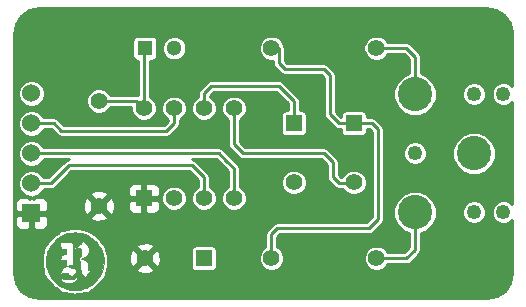
<source format=gtl>
G04 #@! TF.FileFunction,Copper,L1,Top,Signal*
%FSLAX46Y46*%
G04 Gerber Fmt 4.6, Leading zero omitted, Abs format (unit mm)*
G04 Created by KiCad (PCBNEW 4.0.0-rc1-stable) date 10/27/2015 9:53:30 PM*
%MOMM*%
G01*
G04 APERTURE LIST*
%ADD10C,0.150000*%
%ADD11C,0.002540*%
%ADD12R,1.397000X1.397000*%
%ADD13C,1.397000*%
%ADD14C,2.900000*%
%ADD15C,1.250000*%
%ADD16R,1.524000X1.524000*%
%ADD17C,1.524000*%
%ADD18R,1.300000X1.300000*%
%ADD19C,1.300000*%
%ADD20R,1.400000X1.400000*%
%ADD21C,1.400000*%
%ADD22C,0.254000*%
G04 APERTURE END LIST*
D10*
D11*
G36*
X195224400Y-150337520D02*
X195216780Y-150545800D01*
X195193920Y-150751540D01*
X195150740Y-150957280D01*
X195092320Y-151157940D01*
X195013580Y-151356060D01*
X194919600Y-151546560D01*
X194805300Y-151731980D01*
X194673220Y-151907240D01*
X194630040Y-151960580D01*
X194482720Y-152115520D01*
X194325240Y-152257760D01*
X194183000Y-152364440D01*
X194183000Y-151025860D01*
X194170300Y-151005540D01*
X194167760Y-151003000D01*
X194147440Y-150980140D01*
X194073780Y-151053800D01*
X194038220Y-151089360D01*
X194010280Y-151112220D01*
X193989960Y-151124920D01*
X193974720Y-151130000D01*
X193967100Y-151130000D01*
X193931540Y-151122380D01*
X193903600Y-151094440D01*
X193890900Y-151069040D01*
X193888360Y-151053800D01*
X193885820Y-151018240D01*
X193880740Y-150969980D01*
X193878200Y-150909020D01*
X193875660Y-150842980D01*
X193873120Y-150779480D01*
X193870580Y-150693120D01*
X193868040Y-150624540D01*
X193865500Y-150568660D01*
X193860420Y-150525480D01*
X193855340Y-150492460D01*
X193847720Y-150464520D01*
X193837560Y-150439120D01*
X193824860Y-150416260D01*
X193817240Y-150403560D01*
X193779140Y-150350220D01*
X193728340Y-150304500D01*
X193664840Y-150266400D01*
X193586100Y-150235920D01*
X193489580Y-150210520D01*
X193395600Y-150195280D01*
X193342260Y-150187660D01*
X193306700Y-150180040D01*
X193291460Y-150174960D01*
X193294000Y-150167340D01*
X193314320Y-150154640D01*
X193352420Y-150139400D01*
X193375280Y-150129240D01*
X193481960Y-150083520D01*
X193573400Y-150037800D01*
X193649600Y-149992080D01*
X193715640Y-149943820D01*
X193774060Y-149893020D01*
X193791840Y-149875240D01*
X193845180Y-149809200D01*
X193885820Y-149743160D01*
X193916300Y-149669500D01*
X193934080Y-149585680D01*
X193944240Y-149489160D01*
X193946780Y-149407880D01*
X193944240Y-149308820D01*
X193934080Y-149225000D01*
X193916300Y-149148800D01*
X193888360Y-149082760D01*
X193847720Y-149014180D01*
X193796920Y-148945600D01*
X193781680Y-148927820D01*
X193743580Y-148887180D01*
X193700400Y-148844000D01*
X193652140Y-148798280D01*
X193606420Y-148757640D01*
X193560700Y-148722080D01*
X193517520Y-148691600D01*
X193487040Y-148671280D01*
X193464180Y-148661120D01*
X193461640Y-148661120D01*
X193451480Y-148668740D01*
X193431160Y-148689060D01*
X193403220Y-148719540D01*
X193370200Y-148757640D01*
X193354960Y-148772880D01*
X193311780Y-148823680D01*
X193266060Y-148874480D01*
X193217800Y-148922740D01*
X193161920Y-148976080D01*
X193098420Y-149031960D01*
X193027300Y-149095460D01*
X192940940Y-149169120D01*
X192862200Y-149235160D01*
X192659000Y-149402800D01*
X192653920Y-149181820D01*
X192648840Y-149092920D01*
X192646300Y-149021800D01*
X192641220Y-148965920D01*
X192633600Y-148920200D01*
X192623440Y-148884640D01*
X192608200Y-148856700D01*
X192590420Y-148831300D01*
X192580260Y-148818600D01*
X192552320Y-148788120D01*
X192519300Y-148765260D01*
X192481200Y-148747480D01*
X192438020Y-148737320D01*
X192382140Y-148729700D01*
X192316100Y-148727160D01*
X192232280Y-148729700D01*
X192133220Y-148734780D01*
X192115440Y-148737320D01*
X192001140Y-148744940D01*
X191907160Y-148750020D01*
X191830960Y-148752560D01*
X191767460Y-148752560D01*
X191716660Y-148750020D01*
X191678560Y-148742400D01*
X191650620Y-148734780D01*
X191630300Y-148722080D01*
X191615060Y-148706840D01*
X191604900Y-148686520D01*
X191604900Y-148686520D01*
X191592200Y-148661120D01*
X191574420Y-148650960D01*
X191571880Y-148650960D01*
X191559180Y-148656040D01*
X191549020Y-148668740D01*
X191541400Y-148694140D01*
X191538860Y-148734780D01*
X191536320Y-148790660D01*
X191536320Y-148823680D01*
X191538860Y-148935440D01*
X191549020Y-149034500D01*
X191564260Y-149120860D01*
X191584580Y-149189440D01*
X191609980Y-149242780D01*
X191630300Y-149268180D01*
X191653160Y-149288500D01*
X191676020Y-149303740D01*
X191701420Y-149316440D01*
X191731900Y-149326600D01*
X191770000Y-149331680D01*
X191823340Y-149336760D01*
X191886840Y-149339300D01*
X191965580Y-149341840D01*
X191985900Y-149349460D01*
X192003680Y-149362160D01*
X192011300Y-149369780D01*
X192016380Y-149379940D01*
X192018920Y-149397720D01*
X192021460Y-149420580D01*
X192024000Y-149458680D01*
X192024000Y-149506940D01*
X192024000Y-149575520D01*
X192024000Y-149580600D01*
X192024000Y-149778720D01*
X191960500Y-149778720D01*
X191914780Y-149781260D01*
X191861440Y-149783800D01*
X191828420Y-149788880D01*
X191759840Y-149804120D01*
X191703960Y-149829520D01*
X191655700Y-149867620D01*
X191617600Y-149915880D01*
X191589660Y-149979380D01*
X191566800Y-150058120D01*
X191554100Y-150152100D01*
X191546480Y-150263860D01*
X191546480Y-150337520D01*
X191546480Y-150500080D01*
X191569340Y-150500080D01*
X191582040Y-150497540D01*
X191589660Y-150489920D01*
X191594740Y-150474680D01*
X191602360Y-150441660D01*
X191604900Y-150418800D01*
X191612520Y-150368000D01*
X191622680Y-150329900D01*
X191640460Y-150301960D01*
X191665860Y-150279100D01*
X191701420Y-150266400D01*
X191752220Y-150256240D01*
X191818260Y-150251160D01*
X191871600Y-150248620D01*
X192024000Y-150243540D01*
X192021460Y-150482300D01*
X192021460Y-150561040D01*
X192018920Y-150624540D01*
X192016380Y-150672800D01*
X192011300Y-150708360D01*
X192003680Y-150738840D01*
X191988440Y-150761700D01*
X191968120Y-150782020D01*
X191942720Y-150804880D01*
X191907160Y-150832820D01*
X191889380Y-150845520D01*
X191848740Y-150876000D01*
X191808100Y-150909020D01*
X191777620Y-150934420D01*
X191764920Y-150947120D01*
X191709040Y-151008080D01*
X191655700Y-151086820D01*
X191607440Y-151173180D01*
X191566800Y-151264620D01*
X191543940Y-151323040D01*
X191528700Y-151396700D01*
X191521080Y-151483060D01*
X191521080Y-151571960D01*
X191533780Y-151660860D01*
X191543940Y-151711660D01*
X191584580Y-151823420D01*
X191643000Y-151922480D01*
X191711580Y-152013920D01*
X191795400Y-152087580D01*
X191889380Y-152148540D01*
X191940180Y-152171400D01*
X192039240Y-152201880D01*
X192148460Y-152219660D01*
X192262760Y-152227280D01*
X192377060Y-152219660D01*
X192402460Y-152217120D01*
X192496440Y-152194260D01*
X192590420Y-152161240D01*
X192679320Y-152118060D01*
X192717420Y-152095200D01*
X192783460Y-152044400D01*
X192852040Y-151983440D01*
X192913000Y-151912320D01*
X192966340Y-151841200D01*
X192999360Y-151787860D01*
X193029840Y-151721820D01*
X193050160Y-151663400D01*
X193062860Y-151602440D01*
X193067940Y-151536400D01*
X193070480Y-151477980D01*
X193070480Y-151363680D01*
X193032380Y-151363680D01*
X192994280Y-151363680D01*
X192994280Y-151462740D01*
X192989200Y-151541480D01*
X192973960Y-151604980D01*
X192951100Y-151660860D01*
X192913000Y-151714200D01*
X192890140Y-151739600D01*
X192819020Y-151803100D01*
X192740280Y-151851360D01*
X192669160Y-151879300D01*
X192651380Y-151884380D01*
X192631060Y-151886920D01*
X192605660Y-151892000D01*
X192575180Y-151892000D01*
X192534540Y-151894540D01*
X192483740Y-151897080D01*
X192417700Y-151897080D01*
X192338960Y-151897080D01*
X192262760Y-151897080D01*
X192166240Y-151897080D01*
X192087500Y-151897080D01*
X192024000Y-151894540D01*
X191973200Y-151894540D01*
X191932560Y-151892000D01*
X191902080Y-151889460D01*
X191876680Y-151884380D01*
X191853820Y-151881840D01*
X191848740Y-151879300D01*
X191759840Y-151851360D01*
X191688720Y-151813260D01*
X191635380Y-151767540D01*
X191599820Y-151714200D01*
X191582040Y-151648160D01*
X191576960Y-151597360D01*
X191584580Y-151526240D01*
X191609980Y-151465280D01*
X191650620Y-151414480D01*
X191709040Y-151373840D01*
X191726820Y-151366220D01*
X191754760Y-151353520D01*
X191780160Y-151345900D01*
X191810640Y-151340820D01*
X191848740Y-151338280D01*
X191897000Y-151338280D01*
X191973200Y-151340820D01*
X192044320Y-151350980D01*
X192107820Y-151371300D01*
X192171320Y-151401780D01*
X192237360Y-151442420D01*
X192305940Y-151495760D01*
X192382140Y-151566880D01*
X192410080Y-151594820D01*
X192453260Y-151635460D01*
X192486280Y-151665940D01*
X192506600Y-151681180D01*
X192521840Y-151688800D01*
X192526920Y-151686260D01*
X192537080Y-151676100D01*
X192557400Y-151653240D01*
X192590420Y-151617680D01*
X192631060Y-151571960D01*
X192679320Y-151516080D01*
X192735200Y-151452580D01*
X192796160Y-151384000D01*
X192854580Y-151320500D01*
X193172080Y-150964900D01*
X193154300Y-150939500D01*
X193136520Y-150914100D01*
X193022220Y-151033480D01*
X192907920Y-151155400D01*
X192907920Y-150690580D01*
X192907920Y-150225760D01*
X192986660Y-150225760D01*
X193057780Y-150230840D01*
X193113660Y-150248620D01*
X193159380Y-150276560D01*
X193197480Y-150322280D01*
X193220340Y-150368000D01*
X193248280Y-150423880D01*
X193253360Y-150865840D01*
X193253360Y-150977600D01*
X193255900Y-151069040D01*
X193258440Y-151145240D01*
X193258440Y-151206200D01*
X193260980Y-151257000D01*
X193266060Y-151295100D01*
X193271140Y-151325580D01*
X193278760Y-151348440D01*
X193286380Y-151368760D01*
X193296540Y-151386540D01*
X193311780Y-151401780D01*
X193327020Y-151419560D01*
X193329560Y-151424640D01*
X193349880Y-151442420D01*
X193377820Y-151470360D01*
X193413380Y-151503380D01*
X193454020Y-151538940D01*
X193497200Y-151577040D01*
X193537840Y-151612600D01*
X193575940Y-151645620D01*
X193608960Y-151673560D01*
X193631820Y-151691340D01*
X193641980Y-151698960D01*
X193641980Y-151698960D01*
X193649600Y-151688800D01*
X193667380Y-151665940D01*
X193697860Y-151632920D01*
X193733420Y-151587200D01*
X193779140Y-151531320D01*
X193829940Y-151470360D01*
X193885820Y-151401780D01*
X193908680Y-151373840D01*
X193964560Y-151305260D01*
X194017900Y-151239220D01*
X194066160Y-151180800D01*
X194109340Y-151130000D01*
X194142360Y-151089360D01*
X194165220Y-151058880D01*
X194177920Y-151043640D01*
X194180460Y-151041100D01*
X194183000Y-151025860D01*
X194183000Y-152364440D01*
X194157600Y-152384760D01*
X193974720Y-152496520D01*
X193786760Y-152590500D01*
X193591180Y-152669240D01*
X193385440Y-152730200D01*
X193174620Y-152773380D01*
X192963800Y-152798780D01*
X192750440Y-152806400D01*
X192562480Y-152796240D01*
X192344040Y-152765760D01*
X192130680Y-152714960D01*
X191924940Y-152646380D01*
X191724280Y-152562560D01*
X191533780Y-152458420D01*
X191353440Y-152341580D01*
X191185800Y-152206960D01*
X191028320Y-152057100D01*
X190886080Y-151894540D01*
X190776860Y-151747220D01*
X190657480Y-151554180D01*
X190558420Y-151358600D01*
X190479680Y-151152860D01*
X190418720Y-150944580D01*
X190375540Y-150733760D01*
X190352680Y-150520400D01*
X190347600Y-150304500D01*
X190362840Y-150088600D01*
X190398400Y-149875240D01*
X190451740Y-149661880D01*
X190527940Y-149453600D01*
X190560960Y-149372320D01*
X190660020Y-149174200D01*
X190776860Y-148988780D01*
X190908940Y-148813520D01*
X191056260Y-148650960D01*
X191193420Y-148523960D01*
X191368680Y-148386800D01*
X191551560Y-148267420D01*
X191744600Y-148165820D01*
X191942720Y-148082000D01*
X192145920Y-148015960D01*
X192354200Y-147967700D01*
X192565020Y-147939760D01*
X192778380Y-147929600D01*
X192991740Y-147939760D01*
X193207640Y-147967700D01*
X193418460Y-148013420D01*
X193629280Y-148082000D01*
X193781680Y-148142960D01*
X193979800Y-148242020D01*
X194165220Y-148358860D01*
X194340480Y-148490940D01*
X194503040Y-148638260D01*
X194630040Y-148775420D01*
X194767200Y-148950680D01*
X194886580Y-149131020D01*
X194988180Y-149321520D01*
X195069460Y-149517100D01*
X195135500Y-149717760D01*
X195181220Y-149920960D01*
X195211700Y-150129240D01*
X195224400Y-150337520D01*
X195224400Y-150337520D01*
X195224400Y-150337520D01*
G37*
X195224400Y-150337520D02*
X195216780Y-150545800D01*
X195193920Y-150751540D01*
X195150740Y-150957280D01*
X195092320Y-151157940D01*
X195013580Y-151356060D01*
X194919600Y-151546560D01*
X194805300Y-151731980D01*
X194673220Y-151907240D01*
X194630040Y-151960580D01*
X194482720Y-152115520D01*
X194325240Y-152257760D01*
X194183000Y-152364440D01*
X194183000Y-151025860D01*
X194170300Y-151005540D01*
X194167760Y-151003000D01*
X194147440Y-150980140D01*
X194073780Y-151053800D01*
X194038220Y-151089360D01*
X194010280Y-151112220D01*
X193989960Y-151124920D01*
X193974720Y-151130000D01*
X193967100Y-151130000D01*
X193931540Y-151122380D01*
X193903600Y-151094440D01*
X193890900Y-151069040D01*
X193888360Y-151053800D01*
X193885820Y-151018240D01*
X193880740Y-150969980D01*
X193878200Y-150909020D01*
X193875660Y-150842980D01*
X193873120Y-150779480D01*
X193870580Y-150693120D01*
X193868040Y-150624540D01*
X193865500Y-150568660D01*
X193860420Y-150525480D01*
X193855340Y-150492460D01*
X193847720Y-150464520D01*
X193837560Y-150439120D01*
X193824860Y-150416260D01*
X193817240Y-150403560D01*
X193779140Y-150350220D01*
X193728340Y-150304500D01*
X193664840Y-150266400D01*
X193586100Y-150235920D01*
X193489580Y-150210520D01*
X193395600Y-150195280D01*
X193342260Y-150187660D01*
X193306700Y-150180040D01*
X193291460Y-150174960D01*
X193294000Y-150167340D01*
X193314320Y-150154640D01*
X193352420Y-150139400D01*
X193375280Y-150129240D01*
X193481960Y-150083520D01*
X193573400Y-150037800D01*
X193649600Y-149992080D01*
X193715640Y-149943820D01*
X193774060Y-149893020D01*
X193791840Y-149875240D01*
X193845180Y-149809200D01*
X193885820Y-149743160D01*
X193916300Y-149669500D01*
X193934080Y-149585680D01*
X193944240Y-149489160D01*
X193946780Y-149407880D01*
X193944240Y-149308820D01*
X193934080Y-149225000D01*
X193916300Y-149148800D01*
X193888360Y-149082760D01*
X193847720Y-149014180D01*
X193796920Y-148945600D01*
X193781680Y-148927820D01*
X193743580Y-148887180D01*
X193700400Y-148844000D01*
X193652140Y-148798280D01*
X193606420Y-148757640D01*
X193560700Y-148722080D01*
X193517520Y-148691600D01*
X193487040Y-148671280D01*
X193464180Y-148661120D01*
X193461640Y-148661120D01*
X193451480Y-148668740D01*
X193431160Y-148689060D01*
X193403220Y-148719540D01*
X193370200Y-148757640D01*
X193354960Y-148772880D01*
X193311780Y-148823680D01*
X193266060Y-148874480D01*
X193217800Y-148922740D01*
X193161920Y-148976080D01*
X193098420Y-149031960D01*
X193027300Y-149095460D01*
X192940940Y-149169120D01*
X192862200Y-149235160D01*
X192659000Y-149402800D01*
X192653920Y-149181820D01*
X192648840Y-149092920D01*
X192646300Y-149021800D01*
X192641220Y-148965920D01*
X192633600Y-148920200D01*
X192623440Y-148884640D01*
X192608200Y-148856700D01*
X192590420Y-148831300D01*
X192580260Y-148818600D01*
X192552320Y-148788120D01*
X192519300Y-148765260D01*
X192481200Y-148747480D01*
X192438020Y-148737320D01*
X192382140Y-148729700D01*
X192316100Y-148727160D01*
X192232280Y-148729700D01*
X192133220Y-148734780D01*
X192115440Y-148737320D01*
X192001140Y-148744940D01*
X191907160Y-148750020D01*
X191830960Y-148752560D01*
X191767460Y-148752560D01*
X191716660Y-148750020D01*
X191678560Y-148742400D01*
X191650620Y-148734780D01*
X191630300Y-148722080D01*
X191615060Y-148706840D01*
X191604900Y-148686520D01*
X191604900Y-148686520D01*
X191592200Y-148661120D01*
X191574420Y-148650960D01*
X191571880Y-148650960D01*
X191559180Y-148656040D01*
X191549020Y-148668740D01*
X191541400Y-148694140D01*
X191538860Y-148734780D01*
X191536320Y-148790660D01*
X191536320Y-148823680D01*
X191538860Y-148935440D01*
X191549020Y-149034500D01*
X191564260Y-149120860D01*
X191584580Y-149189440D01*
X191609980Y-149242780D01*
X191630300Y-149268180D01*
X191653160Y-149288500D01*
X191676020Y-149303740D01*
X191701420Y-149316440D01*
X191731900Y-149326600D01*
X191770000Y-149331680D01*
X191823340Y-149336760D01*
X191886840Y-149339300D01*
X191965580Y-149341840D01*
X191985900Y-149349460D01*
X192003680Y-149362160D01*
X192011300Y-149369780D01*
X192016380Y-149379940D01*
X192018920Y-149397720D01*
X192021460Y-149420580D01*
X192024000Y-149458680D01*
X192024000Y-149506940D01*
X192024000Y-149575520D01*
X192024000Y-149580600D01*
X192024000Y-149778720D01*
X191960500Y-149778720D01*
X191914780Y-149781260D01*
X191861440Y-149783800D01*
X191828420Y-149788880D01*
X191759840Y-149804120D01*
X191703960Y-149829520D01*
X191655700Y-149867620D01*
X191617600Y-149915880D01*
X191589660Y-149979380D01*
X191566800Y-150058120D01*
X191554100Y-150152100D01*
X191546480Y-150263860D01*
X191546480Y-150337520D01*
X191546480Y-150500080D01*
X191569340Y-150500080D01*
X191582040Y-150497540D01*
X191589660Y-150489920D01*
X191594740Y-150474680D01*
X191602360Y-150441660D01*
X191604900Y-150418800D01*
X191612520Y-150368000D01*
X191622680Y-150329900D01*
X191640460Y-150301960D01*
X191665860Y-150279100D01*
X191701420Y-150266400D01*
X191752220Y-150256240D01*
X191818260Y-150251160D01*
X191871600Y-150248620D01*
X192024000Y-150243540D01*
X192021460Y-150482300D01*
X192021460Y-150561040D01*
X192018920Y-150624540D01*
X192016380Y-150672800D01*
X192011300Y-150708360D01*
X192003680Y-150738840D01*
X191988440Y-150761700D01*
X191968120Y-150782020D01*
X191942720Y-150804880D01*
X191907160Y-150832820D01*
X191889380Y-150845520D01*
X191848740Y-150876000D01*
X191808100Y-150909020D01*
X191777620Y-150934420D01*
X191764920Y-150947120D01*
X191709040Y-151008080D01*
X191655700Y-151086820D01*
X191607440Y-151173180D01*
X191566800Y-151264620D01*
X191543940Y-151323040D01*
X191528700Y-151396700D01*
X191521080Y-151483060D01*
X191521080Y-151571960D01*
X191533780Y-151660860D01*
X191543940Y-151711660D01*
X191584580Y-151823420D01*
X191643000Y-151922480D01*
X191711580Y-152013920D01*
X191795400Y-152087580D01*
X191889380Y-152148540D01*
X191940180Y-152171400D01*
X192039240Y-152201880D01*
X192148460Y-152219660D01*
X192262760Y-152227280D01*
X192377060Y-152219660D01*
X192402460Y-152217120D01*
X192496440Y-152194260D01*
X192590420Y-152161240D01*
X192679320Y-152118060D01*
X192717420Y-152095200D01*
X192783460Y-152044400D01*
X192852040Y-151983440D01*
X192913000Y-151912320D01*
X192966340Y-151841200D01*
X192999360Y-151787860D01*
X193029840Y-151721820D01*
X193050160Y-151663400D01*
X193062860Y-151602440D01*
X193067940Y-151536400D01*
X193070480Y-151477980D01*
X193070480Y-151363680D01*
X193032380Y-151363680D01*
X192994280Y-151363680D01*
X192994280Y-151462740D01*
X192989200Y-151541480D01*
X192973960Y-151604980D01*
X192951100Y-151660860D01*
X192913000Y-151714200D01*
X192890140Y-151739600D01*
X192819020Y-151803100D01*
X192740280Y-151851360D01*
X192669160Y-151879300D01*
X192651380Y-151884380D01*
X192631060Y-151886920D01*
X192605660Y-151892000D01*
X192575180Y-151892000D01*
X192534540Y-151894540D01*
X192483740Y-151897080D01*
X192417700Y-151897080D01*
X192338960Y-151897080D01*
X192262760Y-151897080D01*
X192166240Y-151897080D01*
X192087500Y-151897080D01*
X192024000Y-151894540D01*
X191973200Y-151894540D01*
X191932560Y-151892000D01*
X191902080Y-151889460D01*
X191876680Y-151884380D01*
X191853820Y-151881840D01*
X191848740Y-151879300D01*
X191759840Y-151851360D01*
X191688720Y-151813260D01*
X191635380Y-151767540D01*
X191599820Y-151714200D01*
X191582040Y-151648160D01*
X191576960Y-151597360D01*
X191584580Y-151526240D01*
X191609980Y-151465280D01*
X191650620Y-151414480D01*
X191709040Y-151373840D01*
X191726820Y-151366220D01*
X191754760Y-151353520D01*
X191780160Y-151345900D01*
X191810640Y-151340820D01*
X191848740Y-151338280D01*
X191897000Y-151338280D01*
X191973200Y-151340820D01*
X192044320Y-151350980D01*
X192107820Y-151371300D01*
X192171320Y-151401780D01*
X192237360Y-151442420D01*
X192305940Y-151495760D01*
X192382140Y-151566880D01*
X192410080Y-151594820D01*
X192453260Y-151635460D01*
X192486280Y-151665940D01*
X192506600Y-151681180D01*
X192521840Y-151688800D01*
X192526920Y-151686260D01*
X192537080Y-151676100D01*
X192557400Y-151653240D01*
X192590420Y-151617680D01*
X192631060Y-151571960D01*
X192679320Y-151516080D01*
X192735200Y-151452580D01*
X192796160Y-151384000D01*
X192854580Y-151320500D01*
X193172080Y-150964900D01*
X193154300Y-150939500D01*
X193136520Y-150914100D01*
X193022220Y-151033480D01*
X192907920Y-151155400D01*
X192907920Y-150690580D01*
X192907920Y-150225760D01*
X192986660Y-150225760D01*
X193057780Y-150230840D01*
X193113660Y-150248620D01*
X193159380Y-150276560D01*
X193197480Y-150322280D01*
X193220340Y-150368000D01*
X193248280Y-150423880D01*
X193253360Y-150865840D01*
X193253360Y-150977600D01*
X193255900Y-151069040D01*
X193258440Y-151145240D01*
X193258440Y-151206200D01*
X193260980Y-151257000D01*
X193266060Y-151295100D01*
X193271140Y-151325580D01*
X193278760Y-151348440D01*
X193286380Y-151368760D01*
X193296540Y-151386540D01*
X193311780Y-151401780D01*
X193327020Y-151419560D01*
X193329560Y-151424640D01*
X193349880Y-151442420D01*
X193377820Y-151470360D01*
X193413380Y-151503380D01*
X193454020Y-151538940D01*
X193497200Y-151577040D01*
X193537840Y-151612600D01*
X193575940Y-151645620D01*
X193608960Y-151673560D01*
X193631820Y-151691340D01*
X193641980Y-151698960D01*
X193641980Y-151698960D01*
X193649600Y-151688800D01*
X193667380Y-151665940D01*
X193697860Y-151632920D01*
X193733420Y-151587200D01*
X193779140Y-151531320D01*
X193829940Y-151470360D01*
X193885820Y-151401780D01*
X193908680Y-151373840D01*
X193964560Y-151305260D01*
X194017900Y-151239220D01*
X194066160Y-151180800D01*
X194109340Y-151130000D01*
X194142360Y-151089360D01*
X194165220Y-151058880D01*
X194177920Y-151043640D01*
X194180460Y-151041100D01*
X194183000Y-151025860D01*
X194183000Y-152364440D01*
X194157600Y-152384760D01*
X193974720Y-152496520D01*
X193786760Y-152590500D01*
X193591180Y-152669240D01*
X193385440Y-152730200D01*
X193174620Y-152773380D01*
X192963800Y-152798780D01*
X192750440Y-152806400D01*
X192562480Y-152796240D01*
X192344040Y-152765760D01*
X192130680Y-152714960D01*
X191924940Y-152646380D01*
X191724280Y-152562560D01*
X191533780Y-152458420D01*
X191353440Y-152341580D01*
X191185800Y-152206960D01*
X191028320Y-152057100D01*
X190886080Y-151894540D01*
X190776860Y-151747220D01*
X190657480Y-151554180D01*
X190558420Y-151358600D01*
X190479680Y-151152860D01*
X190418720Y-150944580D01*
X190375540Y-150733760D01*
X190352680Y-150520400D01*
X190347600Y-150304500D01*
X190362840Y-150088600D01*
X190398400Y-149875240D01*
X190451740Y-149661880D01*
X190527940Y-149453600D01*
X190560960Y-149372320D01*
X190660020Y-149174200D01*
X190776860Y-148988780D01*
X190908940Y-148813520D01*
X191056260Y-148650960D01*
X191193420Y-148523960D01*
X191368680Y-148386800D01*
X191551560Y-148267420D01*
X191744600Y-148165820D01*
X191942720Y-148082000D01*
X192145920Y-148015960D01*
X192354200Y-147967700D01*
X192565020Y-147939760D01*
X192778380Y-147929600D01*
X192991740Y-147939760D01*
X193207640Y-147967700D01*
X193418460Y-148013420D01*
X193629280Y-148082000D01*
X193781680Y-148142960D01*
X193979800Y-148242020D01*
X194165220Y-148358860D01*
X194340480Y-148490940D01*
X194503040Y-148638260D01*
X194630040Y-148775420D01*
X194767200Y-148950680D01*
X194886580Y-149131020D01*
X194988180Y-149321520D01*
X195069460Y-149517100D01*
X195135500Y-149717760D01*
X195181220Y-149920960D01*
X195211700Y-150129240D01*
X195224400Y-150337520D01*
X195224400Y-150337520D01*
G36*
X192844420Y-150431500D02*
X192844420Y-150561040D01*
X192844420Y-150647400D01*
X192841880Y-151086820D01*
X192801240Y-151056340D01*
X192666620Y-150967440D01*
X192526920Y-150896320D01*
X192384680Y-150842980D01*
X192237360Y-150809960D01*
X192176400Y-150802340D01*
X192051940Y-150789640D01*
X192097660Y-150771860D01*
X192163700Y-150746460D01*
X192244980Y-150726140D01*
X192331340Y-150705820D01*
X192417700Y-150693120D01*
X192498980Y-150688040D01*
X192570100Y-150685500D01*
X192590420Y-150688040D01*
X192653920Y-150695660D01*
X192653920Y-150086060D01*
X192653920Y-149479000D01*
X192747900Y-149400260D01*
X192841880Y-149324060D01*
X192844420Y-149763480D01*
X192844420Y-149880320D01*
X192844420Y-150012400D01*
X192844420Y-150152100D01*
X192844420Y-150294340D01*
X192844420Y-150431500D01*
X192844420Y-150431500D01*
X192844420Y-150431500D01*
G37*
X192844420Y-150431500D02*
X192844420Y-150561040D01*
X192844420Y-150647400D01*
X192841880Y-151086820D01*
X192801240Y-151056340D01*
X192666620Y-150967440D01*
X192526920Y-150896320D01*
X192384680Y-150842980D01*
X192237360Y-150809960D01*
X192176400Y-150802340D01*
X192051940Y-150789640D01*
X192097660Y-150771860D01*
X192163700Y-150746460D01*
X192244980Y-150726140D01*
X192331340Y-150705820D01*
X192417700Y-150693120D01*
X192498980Y-150688040D01*
X192570100Y-150685500D01*
X192590420Y-150688040D01*
X192653920Y-150695660D01*
X192653920Y-150086060D01*
X192653920Y-149479000D01*
X192747900Y-149400260D01*
X192841880Y-149324060D01*
X192844420Y-149763480D01*
X192844420Y-149880320D01*
X192844420Y-150012400D01*
X192844420Y-150152100D01*
X192844420Y-150294340D01*
X192844420Y-150431500D01*
X192844420Y-150431500D01*
G36*
X193324480Y-149639020D02*
X193319400Y-149760940D01*
X193299080Y-149867620D01*
X193268600Y-149959060D01*
X193225420Y-150035260D01*
X193167000Y-150093680D01*
X193144140Y-150111460D01*
X193095880Y-150136860D01*
X193037460Y-150157180D01*
X192979040Y-150172420D01*
X192940940Y-150174960D01*
X192907920Y-150174960D01*
X192910460Y-149720300D01*
X192913000Y-149265640D01*
X192956180Y-149235160D01*
X192986660Y-149217380D01*
X193012060Y-149207220D01*
X193045080Y-149204680D01*
X193062860Y-149204680D01*
X193121280Y-149209760D01*
X193167000Y-149227540D01*
X193207640Y-149260560D01*
X193220340Y-149273260D01*
X193260980Y-149329140D01*
X193294000Y-149400260D01*
X193314320Y-149484080D01*
X193321940Y-149585680D01*
X193324480Y-149639020D01*
X193324480Y-149639020D01*
X193324480Y-149639020D01*
G37*
X193324480Y-149639020D02*
X193319400Y-149760940D01*
X193299080Y-149867620D01*
X193268600Y-149959060D01*
X193225420Y-150035260D01*
X193167000Y-150093680D01*
X193144140Y-150111460D01*
X193095880Y-150136860D01*
X193037460Y-150157180D01*
X192979040Y-150172420D01*
X192940940Y-150174960D01*
X192907920Y-150174960D01*
X192910460Y-149720300D01*
X192913000Y-149265640D01*
X192956180Y-149235160D01*
X192986660Y-149217380D01*
X193012060Y-149207220D01*
X193045080Y-149204680D01*
X193062860Y-149204680D01*
X193121280Y-149209760D01*
X193167000Y-149227540D01*
X193207640Y-149260560D01*
X193220340Y-149273260D01*
X193260980Y-149329140D01*
X193294000Y-149400260D01*
X193314320Y-149484080D01*
X193321940Y-149585680D01*
X193324480Y-149639020D01*
X193324480Y-149639020D01*
D12*
X198628000Y-145034000D03*
D13*
X201168000Y-145034000D03*
X203708000Y-145034000D03*
X206248000Y-145034000D03*
X206248000Y-137414000D03*
X203708000Y-137414000D03*
X201168000Y-137414000D03*
X198628000Y-137414000D03*
D14*
X226568000Y-141224000D03*
X221568000Y-136224000D03*
X221568000Y-146224000D03*
D15*
X221568000Y-141224000D03*
X226568000Y-146224000D03*
X226568000Y-136224000D03*
X229068000Y-136224000D03*
X229068000Y-146224000D03*
D13*
X194818000Y-136779000D03*
X194818000Y-145669000D03*
X209423000Y-132334000D03*
X218313000Y-132334000D03*
X209423000Y-150114000D03*
X218313000Y-150114000D03*
D16*
X189103000Y-146304000D03*
D17*
X189103000Y-143764000D03*
X189103000Y-141224000D03*
X189103000Y-138684000D03*
X189103000Y-136144000D03*
D18*
X198691500Y-132334000D03*
D19*
X201191500Y-132334000D03*
D20*
X203708000Y-150114000D03*
D21*
X198708000Y-150114000D03*
D20*
X216408000Y-138684000D03*
D21*
X216408000Y-143684000D03*
D20*
X211328000Y-138684000D03*
D21*
X211328000Y-143684000D03*
D22*
X203708000Y-143764000D02*
X203708000Y-143256000D01*
X203708000Y-145034000D02*
X203708000Y-143764000D01*
X190754000Y-143764000D02*
X189103000Y-143764000D01*
X192278000Y-142240000D02*
X190754000Y-143764000D01*
X202692000Y-142240000D02*
X192278000Y-142240000D01*
X203708000Y-143256000D02*
X202692000Y-142240000D01*
X201168000Y-137414000D02*
X201168000Y-138684000D01*
X191008000Y-138684000D02*
X189103000Y-138684000D01*
X191643000Y-139319000D02*
X191008000Y-138684000D01*
X200533000Y-139319000D02*
X191643000Y-139319000D01*
X201168000Y-138684000D02*
X200533000Y-139319000D01*
X205613000Y-141859000D02*
X204978000Y-141224000D01*
X206248000Y-142494000D02*
X205613000Y-141859000D01*
X206248000Y-145034000D02*
X206248000Y-143129000D01*
X206248000Y-143129000D02*
X206248000Y-142494000D01*
X204978000Y-141224000D02*
X189103000Y-141224000D01*
X209423000Y-150114000D02*
X209423000Y-148082000D01*
X210566000Y-147574000D02*
X217678000Y-147574000D01*
X217678000Y-147574000D02*
X218440000Y-146812000D01*
X209931000Y-147574000D02*
X210566000Y-147574000D01*
X209423000Y-148082000D02*
X209931000Y-147574000D01*
X210058000Y-133604000D02*
X210058000Y-132334000D01*
X210566000Y-134112000D02*
X210058000Y-133604000D01*
X213868000Y-134112000D02*
X210566000Y-134112000D01*
X214376000Y-134620000D02*
X213868000Y-134112000D01*
X218440000Y-146812000D02*
X218440000Y-139192000D01*
X218440000Y-139192000D02*
X217932000Y-138684000D01*
X217932000Y-138684000D02*
X216408000Y-138684000D01*
X215138000Y-138684000D02*
X214376000Y-137922000D01*
X214376000Y-137922000D02*
X214376000Y-134620000D01*
X215138000Y-138684000D02*
X216408000Y-138684000D01*
X216408000Y-143764000D02*
X215138000Y-143764000D01*
X215138000Y-143764000D02*
X214630000Y-143256000D01*
X206248000Y-140462000D02*
X206248000Y-137414000D01*
X207010000Y-141224000D02*
X206248000Y-140462000D01*
X213868000Y-141224000D02*
X207010000Y-141224000D01*
X214630000Y-141986000D02*
X213868000Y-141224000D01*
X214630000Y-143256000D02*
X214630000Y-141986000D01*
X194818000Y-136779000D02*
X197993000Y-136779000D01*
X197993000Y-136779000D02*
X198628000Y-137414000D01*
X198628000Y-137414000D02*
X198628000Y-132334000D01*
X211328000Y-138049000D02*
X211328000Y-136779000D01*
X203708000Y-136144000D02*
X203708000Y-137414000D01*
X204343000Y-135509000D02*
X203708000Y-136144000D01*
X210058000Y-135509000D02*
X204343000Y-135509000D01*
X211328000Y-136779000D02*
X210058000Y-135509000D01*
X217678000Y-132334000D02*
X220853000Y-132334000D01*
X221568000Y-133049000D02*
X221568000Y-136224000D01*
X220853000Y-132334000D02*
X221568000Y-133049000D01*
X218313000Y-150114000D02*
X220853000Y-150114000D01*
X220853000Y-150114000D02*
X221568000Y-149399000D01*
X221568000Y-149399000D02*
X221568000Y-146224000D01*
G36*
X228417999Y-129082629D02*
X229122420Y-129504009D01*
X229611964Y-130162883D01*
X229820000Y-130990348D01*
X229820000Y-135553371D01*
X229638597Y-135371652D01*
X229268984Y-135218175D01*
X228868772Y-135217825D01*
X228498891Y-135370657D01*
X228215652Y-135653403D01*
X228062175Y-136023016D01*
X228061825Y-136423228D01*
X228214657Y-136793109D01*
X228497403Y-137076348D01*
X228867016Y-137229825D01*
X229267228Y-137230175D01*
X229637109Y-137077343D01*
X229820000Y-136894770D01*
X229820000Y-145553371D01*
X229638597Y-145371652D01*
X229268984Y-145218175D01*
X228868772Y-145217825D01*
X228498891Y-145370657D01*
X228215652Y-145653403D01*
X228062175Y-146023016D01*
X228061825Y-146423228D01*
X228214657Y-146793109D01*
X228497403Y-147076348D01*
X228867016Y-147229825D01*
X229267228Y-147230175D01*
X229637109Y-147077343D01*
X229820000Y-146894770D01*
X229820000Y-151341552D01*
X229651661Y-152187848D01*
X229196317Y-152869317D01*
X228514848Y-153324661D01*
X227668552Y-153493000D01*
X189780448Y-153493000D01*
X188934152Y-153324661D01*
X188252683Y-152869317D01*
X187797339Y-152187848D01*
X187629000Y-151341552D01*
X187629000Y-150313492D01*
X189965436Y-150313492D01*
X189970516Y-150529392D01*
X189974025Y-150545095D01*
X189972585Y-150561124D01*
X189995445Y-150774484D01*
X190000940Y-150792057D01*
X190001045Y-150810464D01*
X190044225Y-151021284D01*
X190050429Y-151036025D01*
X190051841Y-151051959D01*
X190112801Y-151260239D01*
X190119000Y-151272115D01*
X190119000Y-151511000D01*
X190128334Y-151558789D01*
X190156197Y-151600803D01*
X190367563Y-151812169D01*
X190451738Y-151948282D01*
X190462827Y-151960180D01*
X190469778Y-151974884D01*
X190578998Y-152122204D01*
X190590587Y-152132711D01*
X190598393Y-152146267D01*
X190740633Y-152308827D01*
X190754628Y-152319591D01*
X190764797Y-152334022D01*
X190922277Y-152483882D01*
X190936004Y-152492570D01*
X190946447Y-152505022D01*
X191114088Y-152639642D01*
X191131504Y-152648714D01*
X191145584Y-152662401D01*
X191325924Y-152779241D01*
X191339341Y-152784577D01*
X191343197Y-152787803D01*
X191553197Y-152997803D01*
X191593590Y-153024994D01*
X191643000Y-153035000D01*
X191881957Y-153035000D01*
X192009796Y-153077613D01*
X192026673Y-153079741D01*
X192042138Y-153086835D01*
X192255498Y-153137635D01*
X192273861Y-153138322D01*
X192291212Y-153144362D01*
X192509652Y-153174842D01*
X192525990Y-153173898D01*
X192541847Y-153177953D01*
X192729806Y-153188113D01*
X192746971Y-153185653D01*
X192764084Y-153188426D01*
X192977444Y-153180806D01*
X192993290Y-153177061D01*
X193009526Y-153178305D01*
X193220346Y-153152905D01*
X193235442Y-153147965D01*
X193251324Y-153147875D01*
X193462144Y-153104695D01*
X193477473Y-153098243D01*
X193494038Y-153096720D01*
X193699778Y-153035760D01*
X193701222Y-153035000D01*
X193929000Y-153035000D01*
X193976789Y-153025666D01*
X194018803Y-152997803D01*
X194225091Y-152791515D01*
X194356934Y-152710944D01*
X194374811Y-152694459D01*
X194396402Y-152683263D01*
X194417142Y-152666671D01*
X194554602Y-152563576D01*
X194566354Y-152550469D01*
X194581470Y-152541444D01*
X194738950Y-152399203D01*
X194747730Y-152387407D01*
X194759752Y-152378928D01*
X194907072Y-152223988D01*
X194915309Y-152210961D01*
X194927157Y-152201104D01*
X194970337Y-152147764D01*
X194973475Y-152141797D01*
X194978504Y-152137309D01*
X195110584Y-151962049D01*
X195118425Y-151945795D01*
X195130710Y-151932575D01*
X195205730Y-151810876D01*
X195415803Y-151600803D01*
X195442994Y-151560410D01*
X195453000Y-151511000D01*
X195453000Y-151277006D01*
X195459351Y-151264797D01*
X195517771Y-151064137D01*
X195519055Y-151049403D01*
X195519109Y-151049275D01*
X197952331Y-151049275D01*
X198014169Y-151285042D01*
X198515122Y-151461419D01*
X199045440Y-151432664D01*
X199401831Y-151285042D01*
X199463669Y-151049275D01*
X198708000Y-150293605D01*
X197952331Y-151049275D01*
X195519109Y-151049275D01*
X195524859Y-151035799D01*
X195568039Y-150830059D01*
X195568235Y-150811474D01*
X195573852Y-150793755D01*
X195596712Y-150588015D01*
X195595485Y-150573726D01*
X195598794Y-150559776D01*
X195606414Y-150351496D01*
X195603419Y-150332909D01*
X195605961Y-150314254D01*
X195593261Y-150105974D01*
X195589108Y-150090189D01*
X195589941Y-150073887D01*
X195567586Y-149921122D01*
X197360581Y-149921122D01*
X197389336Y-150451440D01*
X197536958Y-150807831D01*
X197772725Y-150869669D01*
X198528395Y-150114000D01*
X198887605Y-150114000D01*
X199643275Y-150869669D01*
X199879042Y-150807831D01*
X200055419Y-150306878D01*
X200026664Y-149776560D01*
X199879042Y-149420169D01*
X199855522Y-149414000D01*
X202619536Y-149414000D01*
X202619536Y-150814000D01*
X202646103Y-150955190D01*
X202729546Y-151084865D01*
X202856866Y-151171859D01*
X203008000Y-151202464D01*
X204408000Y-151202464D01*
X204549190Y-151175897D01*
X204678865Y-151092454D01*
X204765859Y-150965134D01*
X204796464Y-150814000D01*
X204796464Y-149414000D01*
X204769897Y-149272810D01*
X204686454Y-149143135D01*
X204559134Y-149056141D01*
X204408000Y-149025536D01*
X203008000Y-149025536D01*
X202866810Y-149052103D01*
X202737135Y-149135546D01*
X202650141Y-149262866D01*
X202619536Y-149414000D01*
X199855522Y-149414000D01*
X199643275Y-149358331D01*
X198887605Y-150114000D01*
X198528395Y-150114000D01*
X197772725Y-149358331D01*
X197536958Y-149420169D01*
X197360581Y-149921122D01*
X195567586Y-149921122D01*
X195559461Y-149865608D01*
X195554533Y-149851750D01*
X195554166Y-149837047D01*
X195508446Y-149633847D01*
X195500874Y-149616785D01*
X195498610Y-149598255D01*
X195453000Y-149459671D01*
X195453000Y-149225000D01*
X195442914Y-149178725D01*
X197952331Y-149178725D01*
X198708000Y-149934395D01*
X199463669Y-149178725D01*
X199401831Y-148942958D01*
X198900878Y-148766581D01*
X198370560Y-148795336D01*
X198014169Y-148942958D01*
X197952331Y-149178725D01*
X195442914Y-149178725D01*
X195441479Y-149172145D01*
X195411817Y-149131381D01*
X195232198Y-148966731D01*
X195223877Y-148951128D01*
X195212272Y-148936961D01*
X195205337Y-148920012D01*
X195085957Y-148739672D01*
X195075156Y-148728778D01*
X195068240Y-148715084D01*
X194931080Y-148539824D01*
X194918923Y-148529366D01*
X194910534Y-148515702D01*
X194783535Y-148378543D01*
X194769829Y-148368602D01*
X194759742Y-148355003D01*
X194597182Y-148207683D01*
X194582189Y-148198698D01*
X194570550Y-148185656D01*
X194395289Y-148053576D01*
X194380742Y-148046559D01*
X194369016Y-148035444D01*
X194183596Y-147918605D01*
X194165808Y-147911789D01*
X194150756Y-147900107D01*
X193970033Y-147809745D01*
X193887817Y-147734381D01*
X193851410Y-147711006D01*
X193802000Y-147701000D01*
X193693798Y-147701000D01*
X193536713Y-147649900D01*
X193517357Y-147647602D01*
X193499479Y-147639834D01*
X193288659Y-147594114D01*
X193272252Y-147593832D01*
X193256701Y-147588591D01*
X193040801Y-147560651D01*
X193025146Y-147561712D01*
X193009923Y-147557923D01*
X192796563Y-147547763D01*
X192778380Y-147550488D01*
X192760198Y-147547763D01*
X192546837Y-147557923D01*
X192531040Y-147561855D01*
X192514796Y-147560804D01*
X192303977Y-147588744D01*
X192286436Y-147594715D01*
X192267911Y-147595296D01*
X192059631Y-147643556D01*
X192044381Y-147650440D01*
X192027766Y-147652408D01*
X191878252Y-147701000D01*
X191643000Y-147701000D01*
X191595211Y-147710334D01*
X191553197Y-147738197D01*
X191345070Y-147946324D01*
X191342603Y-147947315D01*
X191159723Y-148066695D01*
X191147879Y-148078288D01*
X191133084Y-148085760D01*
X190957824Y-148222920D01*
X190947366Y-148235077D01*
X190933702Y-148243466D01*
X190796543Y-148370465D01*
X190786602Y-148384171D01*
X190773003Y-148394258D01*
X190625683Y-148556818D01*
X190616698Y-148571811D01*
X190603656Y-148583450D01*
X190471576Y-148758711D01*
X190464559Y-148773258D01*
X190453444Y-148784984D01*
X190363208Y-148928186D01*
X190156197Y-149135197D01*
X190129006Y-149175590D01*
X190119000Y-149225000D01*
X190119000Y-149458766D01*
X190092742Y-149530539D01*
X190089603Y-149550709D01*
X190080884Y-149569166D01*
X190027544Y-149782526D01*
X190026793Y-149797949D01*
X190021331Y-149812395D01*
X189985771Y-150025755D01*
X189986342Y-150044039D01*
X189981519Y-150061683D01*
X189966279Y-150277583D01*
X189968559Y-150295601D01*
X189965436Y-150313492D01*
X187629000Y-150313492D01*
X187629000Y-146589750D01*
X187706000Y-146589750D01*
X187706000Y-147192309D01*
X187802673Y-147425698D01*
X187981301Y-147604327D01*
X188214690Y-147701000D01*
X188817250Y-147701000D01*
X188976000Y-147542250D01*
X188976000Y-146431000D01*
X189230000Y-146431000D01*
X189230000Y-147542250D01*
X189388750Y-147701000D01*
X189991310Y-147701000D01*
X190224699Y-147604327D01*
X190403327Y-147425698D01*
X190500000Y-147192309D01*
X190500000Y-146603188D01*
X194063417Y-146603188D01*
X194125071Y-146838800D01*
X194625480Y-147014927D01*
X195155199Y-146986148D01*
X195510929Y-146838800D01*
X195572583Y-146603188D01*
X194818000Y-145848605D01*
X194063417Y-146603188D01*
X190500000Y-146603188D01*
X190500000Y-146589750D01*
X190341250Y-146431000D01*
X189230000Y-146431000D01*
X188976000Y-146431000D01*
X187864750Y-146431000D01*
X187706000Y-146589750D01*
X187629000Y-146589750D01*
X187629000Y-145415691D01*
X187706000Y-145415691D01*
X187706000Y-146018250D01*
X187864750Y-146177000D01*
X188976000Y-146177000D01*
X188976000Y-146157000D01*
X189230000Y-146157000D01*
X189230000Y-146177000D01*
X190341250Y-146177000D01*
X190500000Y-146018250D01*
X190500000Y-145476480D01*
X193472073Y-145476480D01*
X193500852Y-146006199D01*
X193648200Y-146361929D01*
X193883812Y-146423583D01*
X194638395Y-145669000D01*
X194997605Y-145669000D01*
X195752188Y-146423583D01*
X195987800Y-146361929D01*
X196163927Y-145861520D01*
X196135148Y-145331801D01*
X196130157Y-145319750D01*
X197294500Y-145319750D01*
X197294500Y-145858810D01*
X197391173Y-146092199D01*
X197569802Y-146270827D01*
X197803191Y-146367500D01*
X198342250Y-146367500D01*
X198501000Y-146208750D01*
X198501000Y-145161000D01*
X198755000Y-145161000D01*
X198755000Y-146208750D01*
X198913750Y-146367500D01*
X199452809Y-146367500D01*
X199686198Y-146270827D01*
X199864827Y-146092199D01*
X199961500Y-145858810D01*
X199961500Y-145319750D01*
X199889534Y-145247784D01*
X200088313Y-145247784D01*
X200252311Y-145644689D01*
X200555714Y-145948622D01*
X200952332Y-146113313D01*
X201381784Y-146113687D01*
X201778689Y-145949689D01*
X202082622Y-145646286D01*
X202247313Y-145249668D01*
X202247687Y-144820216D01*
X202083689Y-144423311D01*
X201780286Y-144119378D01*
X201383668Y-143954687D01*
X200954216Y-143954313D01*
X200557311Y-144118311D01*
X200253378Y-144421714D01*
X200088687Y-144818332D01*
X200088313Y-145247784D01*
X199889534Y-145247784D01*
X199802750Y-145161000D01*
X198755000Y-145161000D01*
X198501000Y-145161000D01*
X197453250Y-145161000D01*
X197294500Y-145319750D01*
X196130157Y-145319750D01*
X195987800Y-144976071D01*
X195752188Y-144914417D01*
X194997605Y-145669000D01*
X194638395Y-145669000D01*
X193883812Y-144914417D01*
X193648200Y-144976071D01*
X193472073Y-145476480D01*
X190500000Y-145476480D01*
X190500000Y-145415691D01*
X190403327Y-145182302D01*
X190224699Y-145003673D01*
X189991310Y-144907000D01*
X189388750Y-144907000D01*
X189230002Y-145065748D01*
X189230002Y-144907111D01*
X189329359Y-144907198D01*
X189746567Y-144734812D01*
X194063417Y-144734812D01*
X194818000Y-145489395D01*
X195572583Y-144734812D01*
X195510929Y-144499200D01*
X195010520Y-144323073D01*
X194480801Y-144351852D01*
X194125071Y-144499200D01*
X194063417Y-144734812D01*
X189746567Y-144734812D01*
X189749612Y-144733554D01*
X190071423Y-144412303D01*
X190129682Y-144272000D01*
X190754000Y-144272000D01*
X190948403Y-144233331D01*
X190984532Y-144209190D01*
X197294500Y-144209190D01*
X197294500Y-144748250D01*
X197453250Y-144907000D01*
X198501000Y-144907000D01*
X198501000Y-143859250D01*
X198755000Y-143859250D01*
X198755000Y-144907000D01*
X199802750Y-144907000D01*
X199961500Y-144748250D01*
X199961500Y-144209190D01*
X199864827Y-143975801D01*
X199686198Y-143797173D01*
X199452809Y-143700500D01*
X198913750Y-143700500D01*
X198755000Y-143859250D01*
X198501000Y-143859250D01*
X198342250Y-143700500D01*
X197803191Y-143700500D01*
X197569802Y-143797173D01*
X197391173Y-143975801D01*
X197294500Y-144209190D01*
X190984532Y-144209190D01*
X191113210Y-144123210D01*
X192488421Y-142748000D01*
X202481580Y-142748000D01*
X203200000Y-143466420D01*
X203200000Y-144075881D01*
X203097311Y-144118311D01*
X202793378Y-144421714D01*
X202628687Y-144818332D01*
X202628313Y-145247784D01*
X202792311Y-145644689D01*
X203095714Y-145948622D01*
X203492332Y-146113313D01*
X203921784Y-146113687D01*
X204318689Y-145949689D01*
X204622622Y-145646286D01*
X204787313Y-145249668D01*
X204787687Y-144820216D01*
X204623689Y-144423311D01*
X204320286Y-144119378D01*
X204216000Y-144076074D01*
X204216000Y-143256000D01*
X204177331Y-143061597D01*
X204067210Y-142896790D01*
X203051210Y-141880790D01*
X202886403Y-141770669D01*
X202692000Y-141732000D01*
X204767580Y-141732000D01*
X205253790Y-142218211D01*
X205253793Y-142218213D01*
X205740000Y-142704421D01*
X205740000Y-144075881D01*
X205637311Y-144118311D01*
X205333378Y-144421714D01*
X205168687Y-144818332D01*
X205168313Y-145247784D01*
X205332311Y-145644689D01*
X205635714Y-145948622D01*
X206032332Y-146113313D01*
X206461784Y-146113687D01*
X206858689Y-145949689D01*
X207162622Y-145646286D01*
X207327313Y-145249668D01*
X207327687Y-144820216D01*
X207163689Y-144423311D01*
X206860286Y-144119378D01*
X206756000Y-144076074D01*
X206756000Y-143898081D01*
X210246813Y-143898081D01*
X210411038Y-144295537D01*
X210714863Y-144599893D01*
X211112032Y-144764812D01*
X211542081Y-144765187D01*
X211939537Y-144600962D01*
X212243893Y-144297137D01*
X212408812Y-143899968D01*
X212409187Y-143469919D01*
X212244962Y-143072463D01*
X211941137Y-142768107D01*
X211543968Y-142603188D01*
X211113919Y-142602813D01*
X210716463Y-142767038D01*
X210412107Y-143070863D01*
X210247188Y-143468032D01*
X210246813Y-143898081D01*
X206756000Y-143898081D01*
X206756000Y-142494000D01*
X206717331Y-142299597D01*
X206690755Y-142259823D01*
X206607211Y-142134790D01*
X205972213Y-141499793D01*
X205972211Y-141499790D01*
X205337210Y-140864790D01*
X205172403Y-140754669D01*
X204978000Y-140716000D01*
X190129827Y-140716000D01*
X190072554Y-140577388D01*
X189751303Y-140255577D01*
X189331354Y-140081199D01*
X188876641Y-140080802D01*
X188456388Y-140254446D01*
X188134577Y-140575697D01*
X187960199Y-140995646D01*
X187959802Y-141450359D01*
X188133446Y-141870612D01*
X188454697Y-142192423D01*
X188874646Y-142366801D01*
X189329359Y-142367198D01*
X189749612Y-142193554D01*
X190071423Y-141872303D01*
X190129682Y-141732000D01*
X192278000Y-141732000D01*
X192083597Y-141770669D01*
X192028910Y-141807210D01*
X191918789Y-141880790D01*
X190543580Y-143256000D01*
X190129827Y-143256000D01*
X190072554Y-143117388D01*
X189751303Y-142795577D01*
X189331354Y-142621199D01*
X188876641Y-142620802D01*
X188456388Y-142794446D01*
X188134577Y-143115697D01*
X187960199Y-143535646D01*
X187959802Y-143990359D01*
X188133446Y-144410612D01*
X188454697Y-144732423D01*
X188874646Y-144906801D01*
X189102575Y-144907000D01*
X188975998Y-144907000D01*
X188975998Y-145065748D01*
X188817250Y-144907000D01*
X188214690Y-144907000D01*
X187981301Y-145003673D01*
X187802673Y-145182302D01*
X187706000Y-145415691D01*
X187629000Y-145415691D01*
X187629000Y-138910359D01*
X187959802Y-138910359D01*
X188133446Y-139330612D01*
X188454697Y-139652423D01*
X188874646Y-139826801D01*
X189329359Y-139827198D01*
X189749612Y-139653554D01*
X190071423Y-139332303D01*
X190129682Y-139192000D01*
X190797580Y-139192000D01*
X191283790Y-139678211D01*
X191385090Y-139745897D01*
X191448597Y-139788331D01*
X191643000Y-139827000D01*
X200533000Y-139827000D01*
X200727403Y-139788331D01*
X200892210Y-139678210D01*
X201527211Y-139043210D01*
X201637331Y-138878403D01*
X201676000Y-138684000D01*
X201676000Y-138372119D01*
X201778689Y-138329689D01*
X202082622Y-138026286D01*
X202247313Y-137629668D01*
X202247314Y-137627784D01*
X202628313Y-137627784D01*
X202792311Y-138024689D01*
X203095714Y-138328622D01*
X203492332Y-138493313D01*
X203921784Y-138493687D01*
X204318689Y-138329689D01*
X204622622Y-138026286D01*
X204787313Y-137629668D01*
X204787314Y-137627784D01*
X205168313Y-137627784D01*
X205332311Y-138024689D01*
X205635714Y-138328622D01*
X205740000Y-138371926D01*
X205740000Y-140462000D01*
X205778669Y-140656403D01*
X205888790Y-140821210D01*
X206650790Y-141583210D01*
X206815597Y-141693331D01*
X207010000Y-141732000D01*
X213657580Y-141732000D01*
X214122000Y-142196420D01*
X214122000Y-143256000D01*
X214160669Y-143450403D01*
X214270790Y-143615210D01*
X214778789Y-144123210D01*
X214888910Y-144196790D01*
X214943597Y-144233331D01*
X215138000Y-144272000D01*
X215481313Y-144272000D01*
X215491038Y-144295537D01*
X215794863Y-144599893D01*
X216192032Y-144764812D01*
X216622081Y-144765187D01*
X217019537Y-144600962D01*
X217323893Y-144297137D01*
X217488812Y-143899968D01*
X217489187Y-143469919D01*
X217324962Y-143072463D01*
X217021137Y-142768107D01*
X216623968Y-142603188D01*
X216193919Y-142602813D01*
X215796463Y-142767038D01*
X215492107Y-143070863D01*
X215415231Y-143256000D01*
X215348421Y-143256000D01*
X215138000Y-143045580D01*
X215138000Y-141986000D01*
X215099331Y-141791597D01*
X214989210Y-141626790D01*
X214227210Y-140864790D01*
X214062403Y-140754669D01*
X213868000Y-140716000D01*
X207220420Y-140716000D01*
X206756000Y-140251580D01*
X206756000Y-138372119D01*
X206858689Y-138329689D01*
X207162622Y-138026286D01*
X207327313Y-137629668D01*
X207327687Y-137200216D01*
X207163689Y-136803311D01*
X206860286Y-136499378D01*
X206463668Y-136334687D01*
X206034216Y-136334313D01*
X205637311Y-136498311D01*
X205333378Y-136801714D01*
X205168687Y-137198332D01*
X205168313Y-137627784D01*
X204787314Y-137627784D01*
X204787687Y-137200216D01*
X204623689Y-136803311D01*
X204320286Y-136499378D01*
X204216000Y-136456074D01*
X204216000Y-136354420D01*
X204553421Y-136017000D01*
X209847580Y-136017000D01*
X210820000Y-136989420D01*
X210820000Y-137595536D01*
X210628000Y-137595536D01*
X210486810Y-137622103D01*
X210357135Y-137705546D01*
X210270141Y-137832866D01*
X210239536Y-137984000D01*
X210239536Y-139384000D01*
X210266103Y-139525190D01*
X210349546Y-139654865D01*
X210476866Y-139741859D01*
X210628000Y-139772464D01*
X212028000Y-139772464D01*
X212169190Y-139745897D01*
X212298865Y-139662454D01*
X212385859Y-139535134D01*
X212416464Y-139384000D01*
X212416464Y-137984000D01*
X212389897Y-137842810D01*
X212306454Y-137713135D01*
X212179134Y-137626141D01*
X212028000Y-137595536D01*
X211836000Y-137595536D01*
X211836000Y-136779000D01*
X211798367Y-136589806D01*
X211797331Y-136584596D01*
X211687210Y-136419790D01*
X210417210Y-135149790D01*
X210252403Y-135039669D01*
X210058000Y-135001000D01*
X204343000Y-135001000D01*
X204148597Y-135039669D01*
X203983790Y-135149789D01*
X203348790Y-135784790D01*
X203238669Y-135949597D01*
X203200000Y-136144000D01*
X203200000Y-136455881D01*
X203097311Y-136498311D01*
X202793378Y-136801714D01*
X202628687Y-137198332D01*
X202628313Y-137627784D01*
X202247314Y-137627784D01*
X202247687Y-137200216D01*
X202083689Y-136803311D01*
X201780286Y-136499378D01*
X201383668Y-136334687D01*
X200954216Y-136334313D01*
X200557311Y-136498311D01*
X200253378Y-136801714D01*
X200088687Y-137198332D01*
X200088313Y-137627784D01*
X200252311Y-138024689D01*
X200555714Y-138328622D01*
X200660000Y-138371926D01*
X200660000Y-138473579D01*
X200322580Y-138811000D01*
X191853421Y-138811000D01*
X191367210Y-138324790D01*
X191202403Y-138214669D01*
X191008000Y-138176000D01*
X190129827Y-138176000D01*
X190072554Y-138037388D01*
X189751303Y-137715577D01*
X189331354Y-137541199D01*
X188876641Y-137540802D01*
X188456388Y-137714446D01*
X188134577Y-138035697D01*
X187960199Y-138455646D01*
X187959802Y-138910359D01*
X187629000Y-138910359D01*
X187629000Y-136370359D01*
X187959802Y-136370359D01*
X188133446Y-136790612D01*
X188454697Y-137112423D01*
X188874646Y-137286801D01*
X189329359Y-137287198D01*
X189749612Y-137113554D01*
X189870592Y-136992784D01*
X193738313Y-136992784D01*
X193902311Y-137389689D01*
X194205714Y-137693622D01*
X194602332Y-137858313D01*
X195031784Y-137858687D01*
X195428689Y-137694689D01*
X195732622Y-137391286D01*
X195775926Y-137287000D01*
X197548610Y-137287000D01*
X197548313Y-137627784D01*
X197712311Y-138024689D01*
X198015714Y-138328622D01*
X198412332Y-138493313D01*
X198841784Y-138493687D01*
X199238689Y-138329689D01*
X199542622Y-138026286D01*
X199707313Y-137629668D01*
X199707687Y-137200216D01*
X199543689Y-136803311D01*
X199240286Y-136499378D01*
X199136000Y-136456074D01*
X199136000Y-133372464D01*
X199341500Y-133372464D01*
X199482690Y-133345897D01*
X199612365Y-133262454D01*
X199699359Y-133135134D01*
X199729964Y-132984000D01*
X199729964Y-132538179D01*
X200160322Y-132538179D01*
X200316951Y-132917251D01*
X200606723Y-133207529D01*
X200985522Y-133364820D01*
X201395679Y-133365178D01*
X201774751Y-133208549D01*
X202065029Y-132918777D01*
X202219078Y-132547784D01*
X208343313Y-132547784D01*
X208507311Y-132944689D01*
X208810714Y-133248622D01*
X209207332Y-133413313D01*
X209550000Y-133413611D01*
X209550000Y-133604000D01*
X209588669Y-133798403D01*
X209698790Y-133963210D01*
X210206789Y-134471210D01*
X210316910Y-134544790D01*
X210371597Y-134581331D01*
X210566000Y-134620000D01*
X213657580Y-134620000D01*
X213868000Y-134830421D01*
X213868000Y-137922000D01*
X213906669Y-138116403D01*
X214016790Y-138281210D01*
X214778790Y-139043210D01*
X214943597Y-139153331D01*
X215138000Y-139192000D01*
X215319536Y-139192000D01*
X215319536Y-139384000D01*
X215346103Y-139525190D01*
X215429546Y-139654865D01*
X215556866Y-139741859D01*
X215708000Y-139772464D01*
X217108000Y-139772464D01*
X217249190Y-139745897D01*
X217378865Y-139662454D01*
X217465859Y-139535134D01*
X217496464Y-139384000D01*
X217496464Y-139192000D01*
X217721580Y-139192000D01*
X217932000Y-139402421D01*
X217932000Y-146601580D01*
X217467580Y-147066000D01*
X209931000Y-147066000D01*
X209736597Y-147104669D01*
X209736595Y-147104670D01*
X209736596Y-147104670D01*
X209571789Y-147214790D01*
X209063790Y-147722790D01*
X208953669Y-147887597D01*
X208915000Y-148082000D01*
X208915000Y-149155881D01*
X208812311Y-149198311D01*
X208508378Y-149501714D01*
X208343687Y-149898332D01*
X208343313Y-150327784D01*
X208507311Y-150724689D01*
X208810714Y-151028622D01*
X209207332Y-151193313D01*
X209636784Y-151193687D01*
X210033689Y-151029689D01*
X210337622Y-150726286D01*
X210502313Y-150329668D01*
X210502314Y-150327784D01*
X217233313Y-150327784D01*
X217397311Y-150724689D01*
X217700714Y-151028622D01*
X218097332Y-151193313D01*
X218526784Y-151193687D01*
X218923689Y-151029689D01*
X219227622Y-150726286D01*
X219270926Y-150622000D01*
X220853000Y-150622000D01*
X221047403Y-150583331D01*
X221212210Y-150473210D01*
X221927210Y-149758210D01*
X222037331Y-149593403D01*
X222076000Y-149399000D01*
X222076000Y-147995243D01*
X222603823Y-147777151D01*
X223119341Y-147262532D01*
X223398681Y-146589806D01*
X223398826Y-146423228D01*
X225561825Y-146423228D01*
X225714657Y-146793109D01*
X225997403Y-147076348D01*
X226367016Y-147229825D01*
X226767228Y-147230175D01*
X227137109Y-147077343D01*
X227420348Y-146794597D01*
X227573825Y-146424984D01*
X227574175Y-146024772D01*
X227421343Y-145654891D01*
X227138597Y-145371652D01*
X226768984Y-145218175D01*
X226368772Y-145217825D01*
X225998891Y-145370657D01*
X225715652Y-145653403D01*
X225562175Y-146023016D01*
X225561825Y-146423228D01*
X223398826Y-146423228D01*
X223399317Y-145861390D01*
X223121151Y-145188177D01*
X222606532Y-144672659D01*
X221933806Y-144393319D01*
X221205390Y-144392683D01*
X220532177Y-144670849D01*
X220016659Y-145185468D01*
X219737319Y-145858194D01*
X219736683Y-146586610D01*
X220014849Y-147259823D01*
X220529468Y-147775341D01*
X221060000Y-147995637D01*
X221060000Y-149188580D01*
X220642580Y-149606000D01*
X219271119Y-149606000D01*
X219228689Y-149503311D01*
X218925286Y-149199378D01*
X218528668Y-149034687D01*
X218099216Y-149034313D01*
X217702311Y-149198311D01*
X217398378Y-149501714D01*
X217233687Y-149898332D01*
X217233313Y-150327784D01*
X210502314Y-150327784D01*
X210502687Y-149900216D01*
X210338689Y-149503311D01*
X210035286Y-149199378D01*
X209931000Y-149156074D01*
X209931000Y-148292420D01*
X210141421Y-148082000D01*
X217678000Y-148082000D01*
X217872403Y-148043331D01*
X218037210Y-147933210D01*
X218799210Y-147171210D01*
X218909331Y-147006403D01*
X218948000Y-146812000D01*
X218948000Y-141423228D01*
X220561825Y-141423228D01*
X220714657Y-141793109D01*
X220997403Y-142076348D01*
X221367016Y-142229825D01*
X221767228Y-142230175D01*
X222137109Y-142077343D01*
X222420348Y-141794597D01*
X222506711Y-141586610D01*
X224736683Y-141586610D01*
X225014849Y-142259823D01*
X225529468Y-142775341D01*
X226202194Y-143054681D01*
X226930610Y-143055317D01*
X227603823Y-142777151D01*
X228119341Y-142262532D01*
X228398681Y-141589806D01*
X228399317Y-140861390D01*
X228121151Y-140188177D01*
X227606532Y-139672659D01*
X226933806Y-139393319D01*
X226205390Y-139392683D01*
X225532177Y-139670849D01*
X225016659Y-140185468D01*
X224737319Y-140858194D01*
X224736683Y-141586610D01*
X222506711Y-141586610D01*
X222573825Y-141424984D01*
X222574175Y-141024772D01*
X222421343Y-140654891D01*
X222138597Y-140371652D01*
X221768984Y-140218175D01*
X221368772Y-140217825D01*
X220998891Y-140370657D01*
X220715652Y-140653403D01*
X220562175Y-141023016D01*
X220561825Y-141423228D01*
X218948000Y-141423228D01*
X218948000Y-139192000D01*
X218909331Y-138997597D01*
X218851040Y-138910359D01*
X218799210Y-138832789D01*
X218291210Y-138324790D01*
X218126403Y-138214669D01*
X217932000Y-138176000D01*
X217496464Y-138176000D01*
X217496464Y-137984000D01*
X217469897Y-137842810D01*
X217386454Y-137713135D01*
X217259134Y-137626141D01*
X217108000Y-137595536D01*
X215708000Y-137595536D01*
X215566810Y-137622103D01*
X215437135Y-137705546D01*
X215350141Y-137832866D01*
X215319536Y-137984000D01*
X215319536Y-138147116D01*
X214884000Y-137711580D01*
X214884000Y-134620000D01*
X214845331Y-134425597D01*
X214765688Y-134306403D01*
X214735210Y-134260789D01*
X214227210Y-133752790D01*
X214062403Y-133642669D01*
X213868000Y-133604000D01*
X210776421Y-133604000D01*
X210566000Y-133393580D01*
X210566000Y-132334000D01*
X217170000Y-132334000D01*
X217208669Y-132528403D01*
X217252262Y-132593645D01*
X217397311Y-132944689D01*
X217700714Y-133248622D01*
X218097332Y-133413313D01*
X218526784Y-133413687D01*
X218923689Y-133249689D01*
X219227622Y-132946286D01*
X219270926Y-132842000D01*
X220642580Y-132842000D01*
X221060000Y-133259420D01*
X221060000Y-134452757D01*
X220532177Y-134670849D01*
X220016659Y-135185468D01*
X219737319Y-135858194D01*
X219736683Y-136586610D01*
X220014849Y-137259823D01*
X220529468Y-137775341D01*
X221202194Y-138054681D01*
X221930610Y-138055317D01*
X222603823Y-137777151D01*
X223119341Y-137262532D01*
X223398681Y-136589806D01*
X223398826Y-136423228D01*
X225561825Y-136423228D01*
X225714657Y-136793109D01*
X225997403Y-137076348D01*
X226367016Y-137229825D01*
X226767228Y-137230175D01*
X227137109Y-137077343D01*
X227420348Y-136794597D01*
X227573825Y-136424984D01*
X227574175Y-136024772D01*
X227421343Y-135654891D01*
X227138597Y-135371652D01*
X226768984Y-135218175D01*
X226368772Y-135217825D01*
X225998891Y-135370657D01*
X225715652Y-135653403D01*
X225562175Y-136023016D01*
X225561825Y-136423228D01*
X223398826Y-136423228D01*
X223399317Y-135861390D01*
X223121151Y-135188177D01*
X222606532Y-134672659D01*
X222076000Y-134452363D01*
X222076000Y-133049000D01*
X222037331Y-132854597D01*
X221927210Y-132689790D01*
X221212210Y-131974790D01*
X221047403Y-131864669D01*
X220853000Y-131826000D01*
X219271119Y-131826000D01*
X219228689Y-131723311D01*
X218925286Y-131419378D01*
X218528668Y-131254687D01*
X218099216Y-131254313D01*
X217702311Y-131418311D01*
X217398378Y-131721714D01*
X217251432Y-132075599D01*
X217208669Y-132139597D01*
X217170000Y-132334000D01*
X210566000Y-132334000D01*
X210527331Y-132139597D01*
X210483738Y-132074355D01*
X210338689Y-131723311D01*
X210035286Y-131419378D01*
X209638668Y-131254687D01*
X209209216Y-131254313D01*
X208812311Y-131418311D01*
X208508378Y-131721714D01*
X208343687Y-132118332D01*
X208343313Y-132547784D01*
X202219078Y-132547784D01*
X202222320Y-132539978D01*
X202222678Y-132129821D01*
X202066049Y-131750749D01*
X201776277Y-131460471D01*
X201397478Y-131303180D01*
X200987321Y-131302822D01*
X200608249Y-131459451D01*
X200317971Y-131749223D01*
X200160680Y-132128022D01*
X200160322Y-132538179D01*
X199729964Y-132538179D01*
X199729964Y-131684000D01*
X199703397Y-131542810D01*
X199619954Y-131413135D01*
X199492634Y-131326141D01*
X199341500Y-131295536D01*
X198041500Y-131295536D01*
X197900310Y-131322103D01*
X197770635Y-131405546D01*
X197683641Y-131532866D01*
X197653036Y-131684000D01*
X197653036Y-132984000D01*
X197679603Y-133125190D01*
X197763046Y-133254865D01*
X197890366Y-133341859D01*
X198041500Y-133372464D01*
X198120000Y-133372464D01*
X198120000Y-136296262D01*
X197993000Y-136271000D01*
X195776119Y-136271000D01*
X195733689Y-136168311D01*
X195430286Y-135864378D01*
X195033668Y-135699687D01*
X194604216Y-135699313D01*
X194207311Y-135863311D01*
X193903378Y-136166714D01*
X193738687Y-136563332D01*
X193738313Y-136992784D01*
X189870592Y-136992784D01*
X190071423Y-136792303D01*
X190245801Y-136372354D01*
X190246198Y-135917641D01*
X190072554Y-135497388D01*
X189751303Y-135175577D01*
X189331354Y-135001199D01*
X188876641Y-135000802D01*
X188456388Y-135174446D01*
X188134577Y-135495697D01*
X187960199Y-135915646D01*
X187959802Y-136370359D01*
X187629000Y-136370359D01*
X187629000Y-131106448D01*
X187797339Y-130260152D01*
X188252683Y-129578683D01*
X188934152Y-129123339D01*
X189780448Y-128955000D01*
X227552397Y-128955000D01*
X228417999Y-129082629D01*
X228417999Y-129082629D01*
G37*
X228417999Y-129082629D02*
X229122420Y-129504009D01*
X229611964Y-130162883D01*
X229820000Y-130990348D01*
X229820000Y-135553371D01*
X229638597Y-135371652D01*
X229268984Y-135218175D01*
X228868772Y-135217825D01*
X228498891Y-135370657D01*
X228215652Y-135653403D01*
X228062175Y-136023016D01*
X228061825Y-136423228D01*
X228214657Y-136793109D01*
X228497403Y-137076348D01*
X228867016Y-137229825D01*
X229267228Y-137230175D01*
X229637109Y-137077343D01*
X229820000Y-136894770D01*
X229820000Y-145553371D01*
X229638597Y-145371652D01*
X229268984Y-145218175D01*
X228868772Y-145217825D01*
X228498891Y-145370657D01*
X228215652Y-145653403D01*
X228062175Y-146023016D01*
X228061825Y-146423228D01*
X228214657Y-146793109D01*
X228497403Y-147076348D01*
X228867016Y-147229825D01*
X229267228Y-147230175D01*
X229637109Y-147077343D01*
X229820000Y-146894770D01*
X229820000Y-151341552D01*
X229651661Y-152187848D01*
X229196317Y-152869317D01*
X228514848Y-153324661D01*
X227668552Y-153493000D01*
X189780448Y-153493000D01*
X188934152Y-153324661D01*
X188252683Y-152869317D01*
X187797339Y-152187848D01*
X187629000Y-151341552D01*
X187629000Y-150313492D01*
X189965436Y-150313492D01*
X189970516Y-150529392D01*
X189974025Y-150545095D01*
X189972585Y-150561124D01*
X189995445Y-150774484D01*
X190000940Y-150792057D01*
X190001045Y-150810464D01*
X190044225Y-151021284D01*
X190050429Y-151036025D01*
X190051841Y-151051959D01*
X190112801Y-151260239D01*
X190119000Y-151272115D01*
X190119000Y-151511000D01*
X190128334Y-151558789D01*
X190156197Y-151600803D01*
X190367563Y-151812169D01*
X190451738Y-151948282D01*
X190462827Y-151960180D01*
X190469778Y-151974884D01*
X190578998Y-152122204D01*
X190590587Y-152132711D01*
X190598393Y-152146267D01*
X190740633Y-152308827D01*
X190754628Y-152319591D01*
X190764797Y-152334022D01*
X190922277Y-152483882D01*
X190936004Y-152492570D01*
X190946447Y-152505022D01*
X191114088Y-152639642D01*
X191131504Y-152648714D01*
X191145584Y-152662401D01*
X191325924Y-152779241D01*
X191339341Y-152784577D01*
X191343197Y-152787803D01*
X191553197Y-152997803D01*
X191593590Y-153024994D01*
X191643000Y-153035000D01*
X191881957Y-153035000D01*
X192009796Y-153077613D01*
X192026673Y-153079741D01*
X192042138Y-153086835D01*
X192255498Y-153137635D01*
X192273861Y-153138322D01*
X192291212Y-153144362D01*
X192509652Y-153174842D01*
X192525990Y-153173898D01*
X192541847Y-153177953D01*
X192729806Y-153188113D01*
X192746971Y-153185653D01*
X192764084Y-153188426D01*
X192977444Y-153180806D01*
X192993290Y-153177061D01*
X193009526Y-153178305D01*
X193220346Y-153152905D01*
X193235442Y-153147965D01*
X193251324Y-153147875D01*
X193462144Y-153104695D01*
X193477473Y-153098243D01*
X193494038Y-153096720D01*
X193699778Y-153035760D01*
X193701222Y-153035000D01*
X193929000Y-153035000D01*
X193976789Y-153025666D01*
X194018803Y-152997803D01*
X194225091Y-152791515D01*
X194356934Y-152710944D01*
X194374811Y-152694459D01*
X194396402Y-152683263D01*
X194417142Y-152666671D01*
X194554602Y-152563576D01*
X194566354Y-152550469D01*
X194581470Y-152541444D01*
X194738950Y-152399203D01*
X194747730Y-152387407D01*
X194759752Y-152378928D01*
X194907072Y-152223988D01*
X194915309Y-152210961D01*
X194927157Y-152201104D01*
X194970337Y-152147764D01*
X194973475Y-152141797D01*
X194978504Y-152137309D01*
X195110584Y-151962049D01*
X195118425Y-151945795D01*
X195130710Y-151932575D01*
X195205730Y-151810876D01*
X195415803Y-151600803D01*
X195442994Y-151560410D01*
X195453000Y-151511000D01*
X195453000Y-151277006D01*
X195459351Y-151264797D01*
X195517771Y-151064137D01*
X195519055Y-151049403D01*
X195519109Y-151049275D01*
X197952331Y-151049275D01*
X198014169Y-151285042D01*
X198515122Y-151461419D01*
X199045440Y-151432664D01*
X199401831Y-151285042D01*
X199463669Y-151049275D01*
X198708000Y-150293605D01*
X197952331Y-151049275D01*
X195519109Y-151049275D01*
X195524859Y-151035799D01*
X195568039Y-150830059D01*
X195568235Y-150811474D01*
X195573852Y-150793755D01*
X195596712Y-150588015D01*
X195595485Y-150573726D01*
X195598794Y-150559776D01*
X195606414Y-150351496D01*
X195603419Y-150332909D01*
X195605961Y-150314254D01*
X195593261Y-150105974D01*
X195589108Y-150090189D01*
X195589941Y-150073887D01*
X195567586Y-149921122D01*
X197360581Y-149921122D01*
X197389336Y-150451440D01*
X197536958Y-150807831D01*
X197772725Y-150869669D01*
X198528395Y-150114000D01*
X198887605Y-150114000D01*
X199643275Y-150869669D01*
X199879042Y-150807831D01*
X200055419Y-150306878D01*
X200026664Y-149776560D01*
X199879042Y-149420169D01*
X199855522Y-149414000D01*
X202619536Y-149414000D01*
X202619536Y-150814000D01*
X202646103Y-150955190D01*
X202729546Y-151084865D01*
X202856866Y-151171859D01*
X203008000Y-151202464D01*
X204408000Y-151202464D01*
X204549190Y-151175897D01*
X204678865Y-151092454D01*
X204765859Y-150965134D01*
X204796464Y-150814000D01*
X204796464Y-149414000D01*
X204769897Y-149272810D01*
X204686454Y-149143135D01*
X204559134Y-149056141D01*
X204408000Y-149025536D01*
X203008000Y-149025536D01*
X202866810Y-149052103D01*
X202737135Y-149135546D01*
X202650141Y-149262866D01*
X202619536Y-149414000D01*
X199855522Y-149414000D01*
X199643275Y-149358331D01*
X198887605Y-150114000D01*
X198528395Y-150114000D01*
X197772725Y-149358331D01*
X197536958Y-149420169D01*
X197360581Y-149921122D01*
X195567586Y-149921122D01*
X195559461Y-149865608D01*
X195554533Y-149851750D01*
X195554166Y-149837047D01*
X195508446Y-149633847D01*
X195500874Y-149616785D01*
X195498610Y-149598255D01*
X195453000Y-149459671D01*
X195453000Y-149225000D01*
X195442914Y-149178725D01*
X197952331Y-149178725D01*
X198708000Y-149934395D01*
X199463669Y-149178725D01*
X199401831Y-148942958D01*
X198900878Y-148766581D01*
X198370560Y-148795336D01*
X198014169Y-148942958D01*
X197952331Y-149178725D01*
X195442914Y-149178725D01*
X195441479Y-149172145D01*
X195411817Y-149131381D01*
X195232198Y-148966731D01*
X195223877Y-148951128D01*
X195212272Y-148936961D01*
X195205337Y-148920012D01*
X195085957Y-148739672D01*
X195075156Y-148728778D01*
X195068240Y-148715084D01*
X194931080Y-148539824D01*
X194918923Y-148529366D01*
X194910534Y-148515702D01*
X194783535Y-148378543D01*
X194769829Y-148368602D01*
X194759742Y-148355003D01*
X194597182Y-148207683D01*
X194582189Y-148198698D01*
X194570550Y-148185656D01*
X194395289Y-148053576D01*
X194380742Y-148046559D01*
X194369016Y-148035444D01*
X194183596Y-147918605D01*
X194165808Y-147911789D01*
X194150756Y-147900107D01*
X193970033Y-147809745D01*
X193887817Y-147734381D01*
X193851410Y-147711006D01*
X193802000Y-147701000D01*
X193693798Y-147701000D01*
X193536713Y-147649900D01*
X193517357Y-147647602D01*
X193499479Y-147639834D01*
X193288659Y-147594114D01*
X193272252Y-147593832D01*
X193256701Y-147588591D01*
X193040801Y-147560651D01*
X193025146Y-147561712D01*
X193009923Y-147557923D01*
X192796563Y-147547763D01*
X192778380Y-147550488D01*
X192760198Y-147547763D01*
X192546837Y-147557923D01*
X192531040Y-147561855D01*
X192514796Y-147560804D01*
X192303977Y-147588744D01*
X192286436Y-147594715D01*
X192267911Y-147595296D01*
X192059631Y-147643556D01*
X192044381Y-147650440D01*
X192027766Y-147652408D01*
X191878252Y-147701000D01*
X191643000Y-147701000D01*
X191595211Y-147710334D01*
X191553197Y-147738197D01*
X191345070Y-147946324D01*
X191342603Y-147947315D01*
X191159723Y-148066695D01*
X191147879Y-148078288D01*
X191133084Y-148085760D01*
X190957824Y-148222920D01*
X190947366Y-148235077D01*
X190933702Y-148243466D01*
X190796543Y-148370465D01*
X190786602Y-148384171D01*
X190773003Y-148394258D01*
X190625683Y-148556818D01*
X190616698Y-148571811D01*
X190603656Y-148583450D01*
X190471576Y-148758711D01*
X190464559Y-148773258D01*
X190453444Y-148784984D01*
X190363208Y-148928186D01*
X190156197Y-149135197D01*
X190129006Y-149175590D01*
X190119000Y-149225000D01*
X190119000Y-149458766D01*
X190092742Y-149530539D01*
X190089603Y-149550709D01*
X190080884Y-149569166D01*
X190027544Y-149782526D01*
X190026793Y-149797949D01*
X190021331Y-149812395D01*
X189985771Y-150025755D01*
X189986342Y-150044039D01*
X189981519Y-150061683D01*
X189966279Y-150277583D01*
X189968559Y-150295601D01*
X189965436Y-150313492D01*
X187629000Y-150313492D01*
X187629000Y-146589750D01*
X187706000Y-146589750D01*
X187706000Y-147192309D01*
X187802673Y-147425698D01*
X187981301Y-147604327D01*
X188214690Y-147701000D01*
X188817250Y-147701000D01*
X188976000Y-147542250D01*
X188976000Y-146431000D01*
X189230000Y-146431000D01*
X189230000Y-147542250D01*
X189388750Y-147701000D01*
X189991310Y-147701000D01*
X190224699Y-147604327D01*
X190403327Y-147425698D01*
X190500000Y-147192309D01*
X190500000Y-146603188D01*
X194063417Y-146603188D01*
X194125071Y-146838800D01*
X194625480Y-147014927D01*
X195155199Y-146986148D01*
X195510929Y-146838800D01*
X195572583Y-146603188D01*
X194818000Y-145848605D01*
X194063417Y-146603188D01*
X190500000Y-146603188D01*
X190500000Y-146589750D01*
X190341250Y-146431000D01*
X189230000Y-146431000D01*
X188976000Y-146431000D01*
X187864750Y-146431000D01*
X187706000Y-146589750D01*
X187629000Y-146589750D01*
X187629000Y-145415691D01*
X187706000Y-145415691D01*
X187706000Y-146018250D01*
X187864750Y-146177000D01*
X188976000Y-146177000D01*
X188976000Y-146157000D01*
X189230000Y-146157000D01*
X189230000Y-146177000D01*
X190341250Y-146177000D01*
X190500000Y-146018250D01*
X190500000Y-145476480D01*
X193472073Y-145476480D01*
X193500852Y-146006199D01*
X193648200Y-146361929D01*
X193883812Y-146423583D01*
X194638395Y-145669000D01*
X194997605Y-145669000D01*
X195752188Y-146423583D01*
X195987800Y-146361929D01*
X196163927Y-145861520D01*
X196135148Y-145331801D01*
X196130157Y-145319750D01*
X197294500Y-145319750D01*
X197294500Y-145858810D01*
X197391173Y-146092199D01*
X197569802Y-146270827D01*
X197803191Y-146367500D01*
X198342250Y-146367500D01*
X198501000Y-146208750D01*
X198501000Y-145161000D01*
X198755000Y-145161000D01*
X198755000Y-146208750D01*
X198913750Y-146367500D01*
X199452809Y-146367500D01*
X199686198Y-146270827D01*
X199864827Y-146092199D01*
X199961500Y-145858810D01*
X199961500Y-145319750D01*
X199889534Y-145247784D01*
X200088313Y-145247784D01*
X200252311Y-145644689D01*
X200555714Y-145948622D01*
X200952332Y-146113313D01*
X201381784Y-146113687D01*
X201778689Y-145949689D01*
X202082622Y-145646286D01*
X202247313Y-145249668D01*
X202247687Y-144820216D01*
X202083689Y-144423311D01*
X201780286Y-144119378D01*
X201383668Y-143954687D01*
X200954216Y-143954313D01*
X200557311Y-144118311D01*
X200253378Y-144421714D01*
X200088687Y-144818332D01*
X200088313Y-145247784D01*
X199889534Y-145247784D01*
X199802750Y-145161000D01*
X198755000Y-145161000D01*
X198501000Y-145161000D01*
X197453250Y-145161000D01*
X197294500Y-145319750D01*
X196130157Y-145319750D01*
X195987800Y-144976071D01*
X195752188Y-144914417D01*
X194997605Y-145669000D01*
X194638395Y-145669000D01*
X193883812Y-144914417D01*
X193648200Y-144976071D01*
X193472073Y-145476480D01*
X190500000Y-145476480D01*
X190500000Y-145415691D01*
X190403327Y-145182302D01*
X190224699Y-145003673D01*
X189991310Y-144907000D01*
X189388750Y-144907000D01*
X189230002Y-145065748D01*
X189230002Y-144907111D01*
X189329359Y-144907198D01*
X189746567Y-144734812D01*
X194063417Y-144734812D01*
X194818000Y-145489395D01*
X195572583Y-144734812D01*
X195510929Y-144499200D01*
X195010520Y-144323073D01*
X194480801Y-144351852D01*
X194125071Y-144499200D01*
X194063417Y-144734812D01*
X189746567Y-144734812D01*
X189749612Y-144733554D01*
X190071423Y-144412303D01*
X190129682Y-144272000D01*
X190754000Y-144272000D01*
X190948403Y-144233331D01*
X190984532Y-144209190D01*
X197294500Y-144209190D01*
X197294500Y-144748250D01*
X197453250Y-144907000D01*
X198501000Y-144907000D01*
X198501000Y-143859250D01*
X198755000Y-143859250D01*
X198755000Y-144907000D01*
X199802750Y-144907000D01*
X199961500Y-144748250D01*
X199961500Y-144209190D01*
X199864827Y-143975801D01*
X199686198Y-143797173D01*
X199452809Y-143700500D01*
X198913750Y-143700500D01*
X198755000Y-143859250D01*
X198501000Y-143859250D01*
X198342250Y-143700500D01*
X197803191Y-143700500D01*
X197569802Y-143797173D01*
X197391173Y-143975801D01*
X197294500Y-144209190D01*
X190984532Y-144209190D01*
X191113210Y-144123210D01*
X192488421Y-142748000D01*
X202481580Y-142748000D01*
X203200000Y-143466420D01*
X203200000Y-144075881D01*
X203097311Y-144118311D01*
X202793378Y-144421714D01*
X202628687Y-144818332D01*
X202628313Y-145247784D01*
X202792311Y-145644689D01*
X203095714Y-145948622D01*
X203492332Y-146113313D01*
X203921784Y-146113687D01*
X204318689Y-145949689D01*
X204622622Y-145646286D01*
X204787313Y-145249668D01*
X204787687Y-144820216D01*
X204623689Y-144423311D01*
X204320286Y-144119378D01*
X204216000Y-144076074D01*
X204216000Y-143256000D01*
X204177331Y-143061597D01*
X204067210Y-142896790D01*
X203051210Y-141880790D01*
X202886403Y-141770669D01*
X202692000Y-141732000D01*
X204767580Y-141732000D01*
X205253790Y-142218211D01*
X205253793Y-142218213D01*
X205740000Y-142704421D01*
X205740000Y-144075881D01*
X205637311Y-144118311D01*
X205333378Y-144421714D01*
X205168687Y-144818332D01*
X205168313Y-145247784D01*
X205332311Y-145644689D01*
X205635714Y-145948622D01*
X206032332Y-146113313D01*
X206461784Y-146113687D01*
X206858689Y-145949689D01*
X207162622Y-145646286D01*
X207327313Y-145249668D01*
X207327687Y-144820216D01*
X207163689Y-144423311D01*
X206860286Y-144119378D01*
X206756000Y-144076074D01*
X206756000Y-143898081D01*
X210246813Y-143898081D01*
X210411038Y-144295537D01*
X210714863Y-144599893D01*
X211112032Y-144764812D01*
X211542081Y-144765187D01*
X211939537Y-144600962D01*
X212243893Y-144297137D01*
X212408812Y-143899968D01*
X212409187Y-143469919D01*
X212244962Y-143072463D01*
X211941137Y-142768107D01*
X211543968Y-142603188D01*
X211113919Y-142602813D01*
X210716463Y-142767038D01*
X210412107Y-143070863D01*
X210247188Y-143468032D01*
X210246813Y-143898081D01*
X206756000Y-143898081D01*
X206756000Y-142494000D01*
X206717331Y-142299597D01*
X206690755Y-142259823D01*
X206607211Y-142134790D01*
X205972213Y-141499793D01*
X205972211Y-141499790D01*
X205337210Y-140864790D01*
X205172403Y-140754669D01*
X204978000Y-140716000D01*
X190129827Y-140716000D01*
X190072554Y-140577388D01*
X189751303Y-140255577D01*
X189331354Y-140081199D01*
X188876641Y-140080802D01*
X188456388Y-140254446D01*
X188134577Y-140575697D01*
X187960199Y-140995646D01*
X187959802Y-141450359D01*
X188133446Y-141870612D01*
X188454697Y-142192423D01*
X188874646Y-142366801D01*
X189329359Y-142367198D01*
X189749612Y-142193554D01*
X190071423Y-141872303D01*
X190129682Y-141732000D01*
X192278000Y-141732000D01*
X192083597Y-141770669D01*
X192028910Y-141807210D01*
X191918789Y-141880790D01*
X190543580Y-143256000D01*
X190129827Y-143256000D01*
X190072554Y-143117388D01*
X189751303Y-142795577D01*
X189331354Y-142621199D01*
X188876641Y-142620802D01*
X188456388Y-142794446D01*
X188134577Y-143115697D01*
X187960199Y-143535646D01*
X187959802Y-143990359D01*
X188133446Y-144410612D01*
X188454697Y-144732423D01*
X188874646Y-144906801D01*
X189102575Y-144907000D01*
X188975998Y-144907000D01*
X188975998Y-145065748D01*
X188817250Y-144907000D01*
X188214690Y-144907000D01*
X187981301Y-145003673D01*
X187802673Y-145182302D01*
X187706000Y-145415691D01*
X187629000Y-145415691D01*
X187629000Y-138910359D01*
X187959802Y-138910359D01*
X188133446Y-139330612D01*
X188454697Y-139652423D01*
X188874646Y-139826801D01*
X189329359Y-139827198D01*
X189749612Y-139653554D01*
X190071423Y-139332303D01*
X190129682Y-139192000D01*
X190797580Y-139192000D01*
X191283790Y-139678211D01*
X191385090Y-139745897D01*
X191448597Y-139788331D01*
X191643000Y-139827000D01*
X200533000Y-139827000D01*
X200727403Y-139788331D01*
X200892210Y-139678210D01*
X201527211Y-139043210D01*
X201637331Y-138878403D01*
X201676000Y-138684000D01*
X201676000Y-138372119D01*
X201778689Y-138329689D01*
X202082622Y-138026286D01*
X202247313Y-137629668D01*
X202247314Y-137627784D01*
X202628313Y-137627784D01*
X202792311Y-138024689D01*
X203095714Y-138328622D01*
X203492332Y-138493313D01*
X203921784Y-138493687D01*
X204318689Y-138329689D01*
X204622622Y-138026286D01*
X204787313Y-137629668D01*
X204787314Y-137627784D01*
X205168313Y-137627784D01*
X205332311Y-138024689D01*
X205635714Y-138328622D01*
X205740000Y-138371926D01*
X205740000Y-140462000D01*
X205778669Y-140656403D01*
X205888790Y-140821210D01*
X206650790Y-141583210D01*
X206815597Y-141693331D01*
X207010000Y-141732000D01*
X213657580Y-141732000D01*
X214122000Y-142196420D01*
X214122000Y-143256000D01*
X214160669Y-143450403D01*
X214270790Y-143615210D01*
X214778789Y-144123210D01*
X214888910Y-144196790D01*
X214943597Y-144233331D01*
X215138000Y-144272000D01*
X215481313Y-144272000D01*
X215491038Y-144295537D01*
X215794863Y-144599893D01*
X216192032Y-144764812D01*
X216622081Y-144765187D01*
X217019537Y-144600962D01*
X217323893Y-144297137D01*
X217488812Y-143899968D01*
X217489187Y-143469919D01*
X217324962Y-143072463D01*
X217021137Y-142768107D01*
X216623968Y-142603188D01*
X216193919Y-142602813D01*
X215796463Y-142767038D01*
X215492107Y-143070863D01*
X215415231Y-143256000D01*
X215348421Y-143256000D01*
X215138000Y-143045580D01*
X215138000Y-141986000D01*
X215099331Y-141791597D01*
X214989210Y-141626790D01*
X214227210Y-140864790D01*
X214062403Y-140754669D01*
X213868000Y-140716000D01*
X207220420Y-140716000D01*
X206756000Y-140251580D01*
X206756000Y-138372119D01*
X206858689Y-138329689D01*
X207162622Y-138026286D01*
X207327313Y-137629668D01*
X207327687Y-137200216D01*
X207163689Y-136803311D01*
X206860286Y-136499378D01*
X206463668Y-136334687D01*
X206034216Y-136334313D01*
X205637311Y-136498311D01*
X205333378Y-136801714D01*
X205168687Y-137198332D01*
X205168313Y-137627784D01*
X204787314Y-137627784D01*
X204787687Y-137200216D01*
X204623689Y-136803311D01*
X204320286Y-136499378D01*
X204216000Y-136456074D01*
X204216000Y-136354420D01*
X204553421Y-136017000D01*
X209847580Y-136017000D01*
X210820000Y-136989420D01*
X210820000Y-137595536D01*
X210628000Y-137595536D01*
X210486810Y-137622103D01*
X210357135Y-137705546D01*
X210270141Y-137832866D01*
X210239536Y-137984000D01*
X210239536Y-139384000D01*
X210266103Y-139525190D01*
X210349546Y-139654865D01*
X210476866Y-139741859D01*
X210628000Y-139772464D01*
X212028000Y-139772464D01*
X212169190Y-139745897D01*
X212298865Y-139662454D01*
X212385859Y-139535134D01*
X212416464Y-139384000D01*
X212416464Y-137984000D01*
X212389897Y-137842810D01*
X212306454Y-137713135D01*
X212179134Y-137626141D01*
X212028000Y-137595536D01*
X211836000Y-137595536D01*
X211836000Y-136779000D01*
X211798367Y-136589806D01*
X211797331Y-136584596D01*
X211687210Y-136419790D01*
X210417210Y-135149790D01*
X210252403Y-135039669D01*
X210058000Y-135001000D01*
X204343000Y-135001000D01*
X204148597Y-135039669D01*
X203983790Y-135149789D01*
X203348790Y-135784790D01*
X203238669Y-135949597D01*
X203200000Y-136144000D01*
X203200000Y-136455881D01*
X203097311Y-136498311D01*
X202793378Y-136801714D01*
X202628687Y-137198332D01*
X202628313Y-137627784D01*
X202247314Y-137627784D01*
X202247687Y-137200216D01*
X202083689Y-136803311D01*
X201780286Y-136499378D01*
X201383668Y-136334687D01*
X200954216Y-136334313D01*
X200557311Y-136498311D01*
X200253378Y-136801714D01*
X200088687Y-137198332D01*
X200088313Y-137627784D01*
X200252311Y-138024689D01*
X200555714Y-138328622D01*
X200660000Y-138371926D01*
X200660000Y-138473579D01*
X200322580Y-138811000D01*
X191853421Y-138811000D01*
X191367210Y-138324790D01*
X191202403Y-138214669D01*
X191008000Y-138176000D01*
X190129827Y-138176000D01*
X190072554Y-138037388D01*
X189751303Y-137715577D01*
X189331354Y-137541199D01*
X188876641Y-137540802D01*
X188456388Y-137714446D01*
X188134577Y-138035697D01*
X187960199Y-138455646D01*
X187959802Y-138910359D01*
X187629000Y-138910359D01*
X187629000Y-136370359D01*
X187959802Y-136370359D01*
X188133446Y-136790612D01*
X188454697Y-137112423D01*
X188874646Y-137286801D01*
X189329359Y-137287198D01*
X189749612Y-137113554D01*
X189870592Y-136992784D01*
X193738313Y-136992784D01*
X193902311Y-137389689D01*
X194205714Y-137693622D01*
X194602332Y-137858313D01*
X195031784Y-137858687D01*
X195428689Y-137694689D01*
X195732622Y-137391286D01*
X195775926Y-137287000D01*
X197548610Y-137287000D01*
X197548313Y-137627784D01*
X197712311Y-138024689D01*
X198015714Y-138328622D01*
X198412332Y-138493313D01*
X198841784Y-138493687D01*
X199238689Y-138329689D01*
X199542622Y-138026286D01*
X199707313Y-137629668D01*
X199707687Y-137200216D01*
X199543689Y-136803311D01*
X199240286Y-136499378D01*
X199136000Y-136456074D01*
X199136000Y-133372464D01*
X199341500Y-133372464D01*
X199482690Y-133345897D01*
X199612365Y-133262454D01*
X199699359Y-133135134D01*
X199729964Y-132984000D01*
X199729964Y-132538179D01*
X200160322Y-132538179D01*
X200316951Y-132917251D01*
X200606723Y-133207529D01*
X200985522Y-133364820D01*
X201395679Y-133365178D01*
X201774751Y-133208549D01*
X202065029Y-132918777D01*
X202219078Y-132547784D01*
X208343313Y-132547784D01*
X208507311Y-132944689D01*
X208810714Y-133248622D01*
X209207332Y-133413313D01*
X209550000Y-133413611D01*
X209550000Y-133604000D01*
X209588669Y-133798403D01*
X209698790Y-133963210D01*
X210206789Y-134471210D01*
X210316910Y-134544790D01*
X210371597Y-134581331D01*
X210566000Y-134620000D01*
X213657580Y-134620000D01*
X213868000Y-134830421D01*
X213868000Y-137922000D01*
X213906669Y-138116403D01*
X214016790Y-138281210D01*
X214778790Y-139043210D01*
X214943597Y-139153331D01*
X215138000Y-139192000D01*
X215319536Y-139192000D01*
X215319536Y-139384000D01*
X215346103Y-139525190D01*
X215429546Y-139654865D01*
X215556866Y-139741859D01*
X215708000Y-139772464D01*
X217108000Y-139772464D01*
X217249190Y-139745897D01*
X217378865Y-139662454D01*
X217465859Y-139535134D01*
X217496464Y-139384000D01*
X217496464Y-139192000D01*
X217721580Y-139192000D01*
X217932000Y-139402421D01*
X217932000Y-146601580D01*
X217467580Y-147066000D01*
X209931000Y-147066000D01*
X209736597Y-147104669D01*
X209736595Y-147104670D01*
X209736596Y-147104670D01*
X209571789Y-147214790D01*
X209063790Y-147722790D01*
X208953669Y-147887597D01*
X208915000Y-148082000D01*
X208915000Y-149155881D01*
X208812311Y-149198311D01*
X208508378Y-149501714D01*
X208343687Y-149898332D01*
X208343313Y-150327784D01*
X208507311Y-150724689D01*
X208810714Y-151028622D01*
X209207332Y-151193313D01*
X209636784Y-151193687D01*
X210033689Y-151029689D01*
X210337622Y-150726286D01*
X210502313Y-150329668D01*
X210502314Y-150327784D01*
X217233313Y-150327784D01*
X217397311Y-150724689D01*
X217700714Y-151028622D01*
X218097332Y-151193313D01*
X218526784Y-151193687D01*
X218923689Y-151029689D01*
X219227622Y-150726286D01*
X219270926Y-150622000D01*
X220853000Y-150622000D01*
X221047403Y-150583331D01*
X221212210Y-150473210D01*
X221927210Y-149758210D01*
X222037331Y-149593403D01*
X222076000Y-149399000D01*
X222076000Y-147995243D01*
X222603823Y-147777151D01*
X223119341Y-147262532D01*
X223398681Y-146589806D01*
X223398826Y-146423228D01*
X225561825Y-146423228D01*
X225714657Y-146793109D01*
X225997403Y-147076348D01*
X226367016Y-147229825D01*
X226767228Y-147230175D01*
X227137109Y-147077343D01*
X227420348Y-146794597D01*
X227573825Y-146424984D01*
X227574175Y-146024772D01*
X227421343Y-145654891D01*
X227138597Y-145371652D01*
X226768984Y-145218175D01*
X226368772Y-145217825D01*
X225998891Y-145370657D01*
X225715652Y-145653403D01*
X225562175Y-146023016D01*
X225561825Y-146423228D01*
X223398826Y-146423228D01*
X223399317Y-145861390D01*
X223121151Y-145188177D01*
X222606532Y-144672659D01*
X221933806Y-144393319D01*
X221205390Y-144392683D01*
X220532177Y-144670849D01*
X220016659Y-145185468D01*
X219737319Y-145858194D01*
X219736683Y-146586610D01*
X220014849Y-147259823D01*
X220529468Y-147775341D01*
X221060000Y-147995637D01*
X221060000Y-149188580D01*
X220642580Y-149606000D01*
X219271119Y-149606000D01*
X219228689Y-149503311D01*
X218925286Y-149199378D01*
X218528668Y-149034687D01*
X218099216Y-149034313D01*
X217702311Y-149198311D01*
X217398378Y-149501714D01*
X217233687Y-149898332D01*
X217233313Y-150327784D01*
X210502314Y-150327784D01*
X210502687Y-149900216D01*
X210338689Y-149503311D01*
X210035286Y-149199378D01*
X209931000Y-149156074D01*
X209931000Y-148292420D01*
X210141421Y-148082000D01*
X217678000Y-148082000D01*
X217872403Y-148043331D01*
X218037210Y-147933210D01*
X218799210Y-147171210D01*
X218909331Y-147006403D01*
X218948000Y-146812000D01*
X218948000Y-141423228D01*
X220561825Y-141423228D01*
X220714657Y-141793109D01*
X220997403Y-142076348D01*
X221367016Y-142229825D01*
X221767228Y-142230175D01*
X222137109Y-142077343D01*
X222420348Y-141794597D01*
X222506711Y-141586610D01*
X224736683Y-141586610D01*
X225014849Y-142259823D01*
X225529468Y-142775341D01*
X226202194Y-143054681D01*
X226930610Y-143055317D01*
X227603823Y-142777151D01*
X228119341Y-142262532D01*
X228398681Y-141589806D01*
X228399317Y-140861390D01*
X228121151Y-140188177D01*
X227606532Y-139672659D01*
X226933806Y-139393319D01*
X226205390Y-139392683D01*
X225532177Y-139670849D01*
X225016659Y-140185468D01*
X224737319Y-140858194D01*
X224736683Y-141586610D01*
X222506711Y-141586610D01*
X222573825Y-141424984D01*
X222574175Y-141024772D01*
X222421343Y-140654891D01*
X222138597Y-140371652D01*
X221768984Y-140218175D01*
X221368772Y-140217825D01*
X220998891Y-140370657D01*
X220715652Y-140653403D01*
X220562175Y-141023016D01*
X220561825Y-141423228D01*
X218948000Y-141423228D01*
X218948000Y-139192000D01*
X218909331Y-138997597D01*
X218851040Y-138910359D01*
X218799210Y-138832789D01*
X218291210Y-138324790D01*
X218126403Y-138214669D01*
X217932000Y-138176000D01*
X217496464Y-138176000D01*
X217496464Y-137984000D01*
X217469897Y-137842810D01*
X217386454Y-137713135D01*
X217259134Y-137626141D01*
X217108000Y-137595536D01*
X215708000Y-137595536D01*
X215566810Y-137622103D01*
X215437135Y-137705546D01*
X215350141Y-137832866D01*
X215319536Y-137984000D01*
X215319536Y-138147116D01*
X214884000Y-137711580D01*
X214884000Y-134620000D01*
X214845331Y-134425597D01*
X214765688Y-134306403D01*
X214735210Y-134260789D01*
X214227210Y-133752790D01*
X214062403Y-133642669D01*
X213868000Y-133604000D01*
X210776421Y-133604000D01*
X210566000Y-133393580D01*
X210566000Y-132334000D01*
X217170000Y-132334000D01*
X217208669Y-132528403D01*
X217252262Y-132593645D01*
X217397311Y-132944689D01*
X217700714Y-133248622D01*
X218097332Y-133413313D01*
X218526784Y-133413687D01*
X218923689Y-133249689D01*
X219227622Y-132946286D01*
X219270926Y-132842000D01*
X220642580Y-132842000D01*
X221060000Y-133259420D01*
X221060000Y-134452757D01*
X220532177Y-134670849D01*
X220016659Y-135185468D01*
X219737319Y-135858194D01*
X219736683Y-136586610D01*
X220014849Y-137259823D01*
X220529468Y-137775341D01*
X221202194Y-138054681D01*
X221930610Y-138055317D01*
X222603823Y-137777151D01*
X223119341Y-137262532D01*
X223398681Y-136589806D01*
X223398826Y-136423228D01*
X225561825Y-136423228D01*
X225714657Y-136793109D01*
X225997403Y-137076348D01*
X226367016Y-137229825D01*
X226767228Y-137230175D01*
X227137109Y-137077343D01*
X227420348Y-136794597D01*
X227573825Y-136424984D01*
X227574175Y-136024772D01*
X227421343Y-135654891D01*
X227138597Y-135371652D01*
X226768984Y-135218175D01*
X226368772Y-135217825D01*
X225998891Y-135370657D01*
X225715652Y-135653403D01*
X225562175Y-136023016D01*
X225561825Y-136423228D01*
X223398826Y-136423228D01*
X223399317Y-135861390D01*
X223121151Y-135188177D01*
X222606532Y-134672659D01*
X222076000Y-134452363D01*
X222076000Y-133049000D01*
X222037331Y-132854597D01*
X221927210Y-132689790D01*
X221212210Y-131974790D01*
X221047403Y-131864669D01*
X220853000Y-131826000D01*
X219271119Y-131826000D01*
X219228689Y-131723311D01*
X218925286Y-131419378D01*
X218528668Y-131254687D01*
X218099216Y-131254313D01*
X217702311Y-131418311D01*
X217398378Y-131721714D01*
X217251432Y-132075599D01*
X217208669Y-132139597D01*
X217170000Y-132334000D01*
X210566000Y-132334000D01*
X210527331Y-132139597D01*
X210483738Y-132074355D01*
X210338689Y-131723311D01*
X210035286Y-131419378D01*
X209638668Y-131254687D01*
X209209216Y-131254313D01*
X208812311Y-131418311D01*
X208508378Y-131721714D01*
X208343687Y-132118332D01*
X208343313Y-132547784D01*
X202219078Y-132547784D01*
X202222320Y-132539978D01*
X202222678Y-132129821D01*
X202066049Y-131750749D01*
X201776277Y-131460471D01*
X201397478Y-131303180D01*
X200987321Y-131302822D01*
X200608249Y-131459451D01*
X200317971Y-131749223D01*
X200160680Y-132128022D01*
X200160322Y-132538179D01*
X199729964Y-132538179D01*
X199729964Y-131684000D01*
X199703397Y-131542810D01*
X199619954Y-131413135D01*
X199492634Y-131326141D01*
X199341500Y-131295536D01*
X198041500Y-131295536D01*
X197900310Y-131322103D01*
X197770635Y-131405546D01*
X197683641Y-131532866D01*
X197653036Y-131684000D01*
X197653036Y-132984000D01*
X197679603Y-133125190D01*
X197763046Y-133254865D01*
X197890366Y-133341859D01*
X198041500Y-133372464D01*
X198120000Y-133372464D01*
X198120000Y-136296262D01*
X197993000Y-136271000D01*
X195776119Y-136271000D01*
X195733689Y-136168311D01*
X195430286Y-135864378D01*
X195033668Y-135699687D01*
X194604216Y-135699313D01*
X194207311Y-135863311D01*
X193903378Y-136166714D01*
X193738687Y-136563332D01*
X193738313Y-136992784D01*
X189870592Y-136992784D01*
X190071423Y-136792303D01*
X190245801Y-136372354D01*
X190246198Y-135917641D01*
X190072554Y-135497388D01*
X189751303Y-135175577D01*
X189331354Y-135001199D01*
X188876641Y-135000802D01*
X188456388Y-135174446D01*
X188134577Y-135495697D01*
X187960199Y-135915646D01*
X187959802Y-136370359D01*
X187629000Y-136370359D01*
X187629000Y-131106448D01*
X187797339Y-130260152D01*
X188252683Y-129578683D01*
X188934152Y-129123339D01*
X189780448Y-128955000D01*
X227552397Y-128955000D01*
X228417999Y-129082629D01*
M02*

</source>
